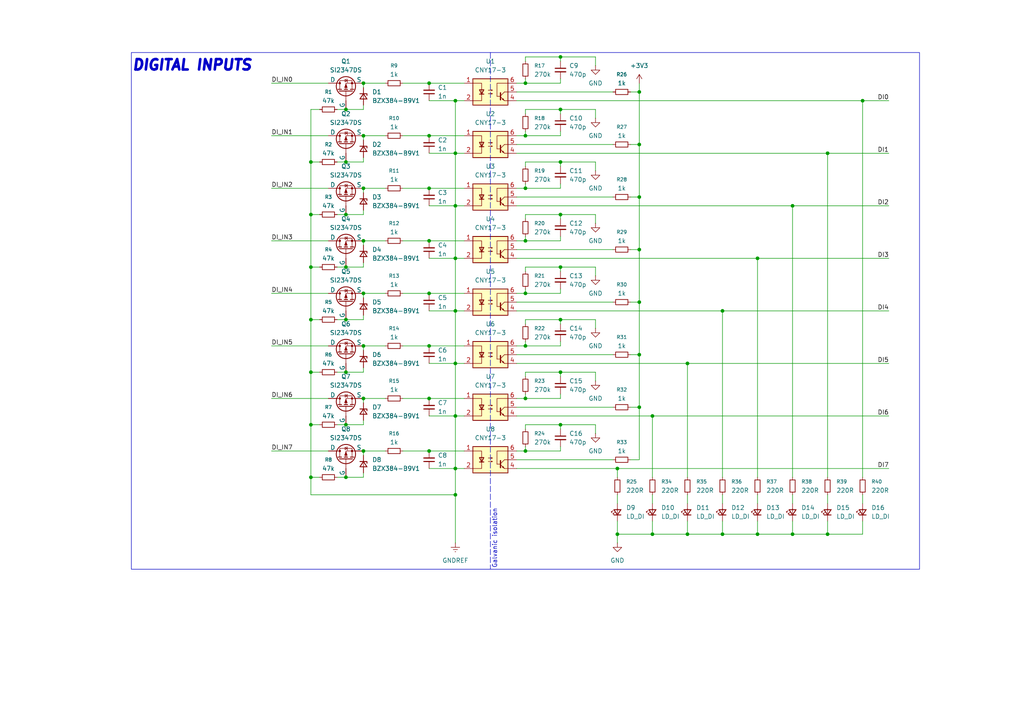
<source format=kicad_sch>
(kicad_sch (version 20250114) (generator "eeschema") (generator_version "9.0")
  (paper "A4")
  (title_block (title "PLC on STM - Digital IO Shield") (date "2025-12-27") (company "Author: Grzegorz Potocki"))
  (rectangle (start 38.1 15.24) (end 266.7 165.1))
  (text "Galvanic isolation" (at 143.51 156.21 90) (effects (font (size 1.27 1.27))))
  (text "DIGITAL INPUTS" (at 38.1 19.05 0) (effects (font (size 3 3) (thickness 2) (bold yes) (italic yes)) (justify left)))
  (junction (at 162.56 46.99))
  (junction (at 199.39 154.94))
  (junction (at 185.42 87.63))
  (junction (at 132.08 143.51))
  (junction (at 100.33 138.43))
  (junction (at 105.41 54.61))
  (junction (at 100.33 62.23))
  (junction (at 100.33 92.71))
  (junction (at 100.33 123.19))
  (junction (at 90.17 77.47))
  (junction (at 90.17 62.23))
  (junction (at 105.41 100.33))
  (junction (at 105.41 24.13))
  (junction (at 152.4 54.61))
  (junction (at 185.42 57.15))
  (junction (at 132.08 120.65))
  (junction (at 90.17 46.99))
  (junction (at 124.46 115.57))
  (junction (at 90.17 138.43))
  (junction (at 100.33 77.47))
  (junction (at 152.4 100.33))
  (junction (at 162.56 92.71))
  (junction (at 185.42 72.39))
  (junction (at 132.08 105.41))
  (junction (at 152.4 69.85))
  (junction (at 185.42 102.87))
  (junction (at 199.39 105.41))
  (junction (at 152.4 115.57))
  (junction (at 152.4 39.37))
  (junction (at 105.41 115.57))
  (junction (at 162.56 77.47))
  (junction (at 219.71 74.93))
  (junction (at 162.56 107.95))
  (junction (at 132.08 90.17))
  (junction (at 90.17 123.19))
  (junction (at 105.41 39.37))
  (junction (at 132.08 74.93))
  (junction (at 185.42 118.11))
  (junction (at 132.08 59.69))
  (junction (at 124.46 24.13))
  (junction (at 152.4 24.13))
  (junction (at 185.42 41.91))
  (junction (at 209.55 90.17))
  (junction (at 132.08 29.21))
  (junction (at 162.56 16.51))
  (junction (at 189.23 154.94))
  (junction (at 100.33 46.99))
  (junction (at 124.46 69.85))
  (junction (at 229.87 154.94))
  (junction (at 132.08 44.45))
  (junction (at 250.19 29.21))
  (junction (at 162.56 123.19))
  (junction (at 209.55 154.94))
  (junction (at 229.87 59.69))
  (junction (at 100.33 31.75))
  (junction (at 124.46 39.37))
  (junction (at 179.07 135.89))
  (junction (at 179.07 154.94))
  (junction (at 152.4 85.09))
  (junction (at 100.33 107.95))
  (junction (at 152.4 130.81))
  (junction (at 132.08 135.89))
  (junction (at 185.42 26.67))
  (junction (at 240.03 154.94))
  (junction (at 124.46 130.81))
  (junction (at 189.23 120.65))
  (junction (at 162.56 31.75))
  (junction (at 219.71 154.94))
  (junction (at 124.46 85.09))
  (junction (at 105.41 85.09))
  (junction (at 162.56 62.23))
  (junction (at 90.17 92.71))
  (junction (at 105.41 69.85))
  (junction (at 124.46 54.61))
  (junction (at 105.41 130.81))
  (junction (at 124.46 100.33))
  (junction (at 240.03 44.45))
  (junction (at 90.17 107.95))
  (wire (pts (xy 152.4 39.37) (xy 152.4 38.1)))
  (wire (pts (xy 172.72 31.75) (xy 172.72 34.29)))
  (wire (pts (xy 124.46 85.09) (xy 134.62 85.09)))
  (wire (pts (xy 199.39 105.41) (xy 199.39 138.43)))
  (wire (pts (xy 105.41 107.95) (xy 100.33 107.95)))
  (wire (pts (xy 149.86 115.57) (xy 152.4 115.57)))
  (polyline (pts (xy 142.24 15.24) (xy 142.24 165.1)) (stroke (width 0) (type dash)))
  (wire (pts (xy 97.79 31.75) (xy 100.33 31.75)))
  (wire (pts (xy 105.41 130.81) (xy 111.76 130.81)))
  (wire (pts (xy 152.4 39.37) (xy 162.56 39.37)))
  (wire (pts (xy 219.71 74.93) (xy 257.81 74.93)))
  (wire (pts (xy 189.23 151.13) (xy 189.23 154.94)))
  (wire (pts (xy 172.72 62.23) (xy 172.72 64.77)))
  (wire (pts (xy 149.86 100.33) (xy 152.4 100.33)))
  (wire (pts (xy 219.71 143.51) (xy 219.71 146.05)))
  (wire (pts (xy 149.86 69.85) (xy 152.4 69.85)))
  (wire (pts (xy 172.72 107.95) (xy 172.72 110.49)))
  (wire (pts (xy 149.86 29.21) (xy 250.19 29.21)))
  (wire (pts (xy 90.17 31.75) (xy 90.17 46.99)))
  (wire (pts (xy 185.42 102.87) (xy 185.42 118.11)))
  (wire (pts (xy 149.86 57.15) (xy 177.8 57.15)))
  (wire (pts (xy 105.41 115.57) (xy 111.76 115.57)))
  (wire (pts (xy 229.87 151.13) (xy 229.87 154.94)))
  (wire (pts (xy 124.46 29.21) (xy 132.08 29.21)))
  (wire (pts (xy 152.4 24.13) (xy 152.4 22.86)))
  (wire (pts (xy 219.71 74.93) (xy 219.71 138.43)))
  (wire (pts (xy 162.56 92.71) (xy 172.72 92.71)))
  (wire (pts (xy 105.41 76.2) (xy 105.41 77.47)))
  (wire (pts (xy 189.23 120.65) (xy 189.23 138.43)))
  (wire (pts (xy 240.03 44.45) (xy 257.81 44.45)))
  (wire (pts (xy 152.4 115.57) (xy 162.56 115.57)))
  (wire (pts (xy 90.17 123.19) (xy 90.17 138.43)))
  (wire (pts (xy 105.41 24.13) (xy 105.41 25.4)))
  (wire (pts (xy 105.41 92.71) (xy 100.33 92.71)))
  (wire (pts (xy 124.46 54.61) (xy 134.62 54.61)))
  (wire (pts (xy 162.56 129.54) (xy 162.56 130.81)))
  (wire (pts (xy 185.42 118.11) (xy 185.42 133.35)))
  (wire (pts (xy 162.56 123.19) (xy 172.72 123.19)))
  (wire (pts (xy 105.41 46.99) (xy 100.33 46.99)))
  (wire (pts (xy 124.46 59.69) (xy 132.08 59.69)))
  (wire (pts (xy 134.62 90.17) (xy 132.08 90.17)))
  (wire (pts (xy 97.79 62.23) (xy 100.33 62.23)))
  (wire (pts (xy 152.4 130.81) (xy 152.4 129.54)))
  (wire (pts (xy 152.4 54.61) (xy 152.4 53.34)))
  (wire (pts (xy 185.42 41.91) (xy 185.42 57.15)))
  (wire (pts (xy 149.86 74.93) (xy 219.71 74.93)))
  (wire (pts (xy 105.41 106.68) (xy 105.41 107.95)))
  (wire (pts (xy 185.42 24.13) (xy 185.42 26.67)))
  (wire (pts (xy 149.86 130.81) (xy 152.4 130.81)))
  (wire (pts (xy 189.23 154.94) (xy 199.39 154.94)))
  (wire (pts (xy 134.62 120.65) (xy 132.08 120.65)))
  (wire (pts (xy 209.55 90.17) (xy 209.55 138.43)))
  (wire (pts (xy 97.79 138.43) (xy 100.33 138.43)))
  (wire (pts (xy 134.62 59.69) (xy 132.08 59.69)))
  (wire (pts (xy 116.84 54.61) (xy 124.46 54.61)))
  (wire (pts (xy 105.41 39.37) (xy 105.41 40.64)))
  (wire (pts (xy 90.17 46.99) (xy 90.17 62.23)))
  (wire (pts (xy 182.88 26.67) (xy 185.42 26.67)))
  (wire (pts (xy 179.07 154.94) (xy 189.23 154.94)))
  (wire (pts (xy 162.56 107.95) (xy 162.56 109.22)))
  (wire (pts (xy 152.4 78.74) (xy 152.4 77.47)))
  (wire (pts (xy 172.72 77.47) (xy 172.72 80.01)))
  (wire (pts (xy 132.08 135.89) (xy 132.08 143.51)))
  (wire (pts (xy 172.72 46.99) (xy 172.72 49.53)))
  (wire (pts (xy 97.79 123.19) (xy 100.33 123.19)))
  (wire (pts (xy 250.19 29.21) (xy 257.81 29.21)))
  (wire (pts (xy 78.74 100.33) (xy 95.25 100.33)))
  (wire (pts (xy 149.86 85.09) (xy 152.4 85.09)))
  (wire (pts (xy 97.79 46.99) (xy 100.33 46.99)))
  (wire (pts (xy 105.41 115.57) (xy 105.41 116.84)))
  (wire (pts (xy 90.17 92.71) (xy 92.71 92.71)))
  (wire (pts (xy 124.46 69.85) (xy 134.62 69.85)))
  (wire (pts (xy 152.4 109.22) (xy 152.4 107.95)))
  (wire (pts (xy 105.41 130.81) (xy 105.41 132.08)))
  (wire (pts (xy 90.17 92.71) (xy 90.17 107.95)))
  (wire (pts (xy 162.56 31.75) (xy 172.72 31.75)))
  (wire (pts (xy 162.56 123.19) (xy 162.56 124.46)))
  (wire (pts (xy 162.56 114.3) (xy 162.56 115.57)))
  (wire (pts (xy 149.86 39.37) (xy 152.4 39.37)))
  (wire (pts (xy 105.41 31.75) (xy 100.33 31.75)))
  (wire (pts (xy 162.56 83.82) (xy 162.56 85.09)))
  (wire (pts (xy 105.41 45.72) (xy 105.41 46.99)))
  (wire (pts (xy 78.74 85.09) (xy 95.25 85.09)))
  (wire (pts (xy 149.86 41.91) (xy 177.8 41.91)))
  (wire (pts (xy 162.56 77.47) (xy 172.72 77.47)))
  (wire (pts (xy 124.46 90.17) (xy 132.08 90.17)))
  (wire (pts (xy 152.4 124.46) (xy 152.4 123.19)))
  (wire (pts (xy 149.86 133.35) (xy 177.8 133.35)))
  (wire (pts (xy 185.42 57.15) (xy 185.42 72.39)))
  (wire (pts (xy 149.86 72.39) (xy 177.8 72.39)))
  (wire (pts (xy 132.08 120.65) (xy 132.08 135.89)))
  (wire (pts (xy 116.84 39.37) (xy 124.46 39.37)))
  (wire (pts (xy 162.56 16.51) (xy 162.56 17.78)))
  (wire (pts (xy 189.23 143.51) (xy 189.23 146.05)))
  (wire (pts (xy 185.42 72.39) (xy 185.42 87.63)))
  (wire (pts (xy 78.74 24.13) (xy 95.25 24.13)))
  (wire (pts (xy 105.41 121.92) (xy 105.41 123.19)))
  (wire (pts (xy 90.17 62.23) (xy 92.71 62.23)))
  (wire (pts (xy 149.86 135.89) (xy 179.07 135.89)))
  (wire (pts (xy 78.74 54.61) (xy 95.25 54.61)))
  (wire (pts (xy 152.4 130.81) (xy 162.56 130.81)))
  (wire (pts (xy 105.41 39.37) (xy 111.76 39.37)))
  (wire (pts (xy 105.41 30.48) (xy 105.41 31.75)))
  (wire (pts (xy 90.17 107.95) (xy 92.71 107.95)))
  (wire (pts (xy 152.4 100.33) (xy 162.56 100.33)))
  (wire (pts (xy 132.08 59.69) (xy 132.08 74.93)))
  (wire (pts (xy 105.41 85.09) (xy 105.41 86.36)))
  (wire (pts (xy 124.46 39.37) (xy 134.62 39.37)))
  (wire (pts (xy 172.72 16.51) (xy 172.72 19.05)))
  (wire (pts (xy 219.71 154.94) (xy 229.87 154.94)))
  (wire (pts (xy 134.62 135.89) (xy 132.08 135.89)))
  (wire (pts (xy 162.56 99.06) (xy 162.56 100.33)))
  (wire (pts (xy 90.17 138.43) (xy 92.71 138.43)))
  (wire (pts (xy 209.55 143.51) (xy 209.55 146.05)))
  (wire (pts (xy 90.17 46.99) (xy 92.71 46.99)))
  (wire (pts (xy 97.79 92.71) (xy 100.33 92.71)))
  (wire (pts (xy 90.17 107.95) (xy 90.17 123.19)))
  (wire (pts (xy 152.4 62.23) (xy 162.56 62.23)))
  (wire (pts (xy 134.62 29.21) (xy 132.08 29.21)))
  (wire (pts (xy 124.46 24.13) (xy 134.62 24.13)))
  (wire (pts (xy 162.56 16.51) (xy 172.72 16.51)))
  (wire (pts (xy 132.08 44.45) (xy 132.08 59.69)))
  (wire (pts (xy 116.84 100.33) (xy 124.46 100.33)))
  (wire (pts (xy 149.86 102.87) (xy 177.8 102.87)))
  (wire (pts (xy 250.19 143.51) (xy 250.19 146.05)))
  (wire (pts (xy 116.84 115.57) (xy 124.46 115.57)))
  (wire (pts (xy 199.39 151.13) (xy 199.39 154.94)))
  (wire (pts (xy 105.41 60.96) (xy 105.41 62.23)))
  (wire (pts (xy 162.56 46.99) (xy 172.72 46.99)))
  (wire (pts (xy 185.42 26.67) (xy 185.42 41.91)))
  (wire (pts (xy 78.74 115.57) (xy 95.25 115.57)))
  (wire (pts (xy 116.84 85.09) (xy 124.46 85.09)))
  (wire (pts (xy 105.41 77.47) (xy 100.33 77.47)))
  (wire (pts (xy 90.17 77.47) (xy 92.71 77.47)))
  (wire (pts (xy 149.86 105.41) (xy 199.39 105.41)))
  (wire (pts (xy 105.41 54.61) (xy 105.41 55.88)))
  (wire (pts (xy 124.46 44.45) (xy 132.08 44.45)))
  (wire (pts (xy 90.17 138.43) (xy 90.17 143.51)))
  (wire (pts (xy 162.56 77.47) (xy 162.56 78.74)))
  (wire (pts (xy 134.62 44.45) (xy 132.08 44.45)))
  (wire (pts (xy 132.08 74.93) (xy 132.08 90.17)))
  (wire (pts (xy 182.88 118.11) (xy 185.42 118.11)))
  (wire (pts (xy 152.4 115.57) (xy 152.4 114.3)))
  (wire (pts (xy 219.71 151.13) (xy 219.71 154.94)))
  (wire (pts (xy 90.17 31.75) (xy 92.71 31.75)))
  (wire (pts (xy 124.46 130.81) (xy 134.62 130.81)))
  (wire (pts (xy 209.55 90.17) (xy 257.81 90.17)))
  (wire (pts (xy 179.07 135.89) (xy 179.07 138.43)))
  (wire (pts (xy 189.23 120.65) (xy 257.81 120.65)))
  (wire (pts (xy 149.86 59.69) (xy 229.87 59.69)))
  (wire (pts (xy 149.86 44.45) (xy 240.03 44.45)))
  (wire (pts (xy 152.4 16.51) (xy 162.56 16.51)))
  (wire (pts (xy 250.19 29.21) (xy 250.19 138.43)))
  (wire (pts (xy 229.87 143.51) (xy 229.87 146.05)))
  (wire (pts (xy 182.88 57.15) (xy 185.42 57.15)))
  (wire (pts (xy 105.41 24.13) (xy 111.76 24.13)))
  (wire (pts (xy 152.4 85.09) (xy 162.56 85.09)))
  (wire (pts (xy 90.17 123.19) (xy 92.71 123.19)))
  (wire (pts (xy 152.4 48.26) (xy 152.4 46.99)))
  (wire (pts (xy 199.39 154.94) (xy 209.55 154.94)))
  (wire (pts (xy 240.03 154.94) (xy 250.19 154.94)))
  (wire (pts (xy 229.87 59.69) (xy 229.87 138.43)))
  (wire (pts (xy 90.17 77.47) (xy 90.17 92.71)))
  (wire (pts (xy 105.41 137.16) (xy 105.41 138.43)))
  (wire (pts (xy 152.4 31.75) (xy 162.56 31.75)))
  (wire (pts (xy 152.4 85.09) (xy 152.4 83.82)))
  (wire (pts (xy 152.4 54.61) (xy 162.56 54.61)))
  (wire (pts (xy 149.86 24.13) (xy 152.4 24.13)))
  (wire (pts (xy 152.4 93.98) (xy 152.4 92.71)))
  (wire (pts (xy 97.79 107.95) (xy 100.33 107.95)))
  (wire (pts (xy 132.08 105.41) (xy 132.08 120.65)))
  (wire (pts (xy 185.42 133.35) (xy 182.88 133.35)))
  (wire (pts (xy 152.4 100.33) (xy 152.4 99.06)))
  (wire (pts (xy 134.62 105.41) (xy 132.08 105.41)))
  (wire (pts (xy 132.08 29.21) (xy 132.08 44.45)))
  (wire (pts (xy 90.17 62.23) (xy 90.17 77.47)))
  (wire (pts (xy 132.08 90.17) (xy 132.08 105.41)))
  (wire (pts (xy 149.86 90.17) (xy 209.55 90.17)))
  (wire (pts (xy 162.56 22.86) (xy 162.56 24.13)))
  (wire (pts (xy 105.41 69.85) (xy 105.41 71.12)))
  (wire (pts (xy 134.62 74.93) (xy 132.08 74.93)))
  (wire (pts (xy 152.4 33.02) (xy 152.4 31.75)))
  (wire (pts (xy 124.46 100.33) (xy 134.62 100.33)))
  (wire (pts (xy 162.56 92.71) (xy 162.56 93.98)))
  (wire (pts (xy 90.17 143.51) (xy 132.08 143.51)))
  (wire (pts (xy 149.86 26.67) (xy 177.8 26.67)))
  (wire (pts (xy 116.84 130.81) (xy 124.46 130.81)))
  (wire (pts (xy 152.4 63.5) (xy 152.4 62.23)))
  (wire (pts (xy 78.74 39.37) (xy 95.25 39.37)))
  (wire (pts (xy 209.55 154.94) (xy 219.71 154.94)))
  (wire (pts (xy 105.41 54.61) (xy 111.76 54.61)))
  (wire (pts (xy 179.07 157.48) (xy 179.07 154.94)))
  (wire (pts (xy 179.07 135.89) (xy 257.81 135.89)))
  (wire (pts (xy 182.88 87.63) (xy 185.42 87.63)))
  (wire (pts (xy 152.4 69.85) (xy 152.4 68.58)))
  (wire (pts (xy 162.56 62.23) (xy 172.72 62.23)))
  (wire (pts (xy 105.41 138.43) (xy 100.33 138.43)))
  (wire (pts (xy 78.74 69.85) (xy 95.25 69.85)))
  (wire (pts (xy 105.41 100.33) (xy 111.76 100.33)))
  (wire (pts (xy 152.4 17.78) (xy 152.4 16.51)))
  (wire (pts (xy 149.86 118.11) (xy 177.8 118.11)))
  (wire (pts (xy 116.84 24.13) (xy 124.46 24.13)))
  (wire (pts (xy 152.4 69.85) (xy 162.56 69.85)))
  (wire (pts (xy 185.42 87.63) (xy 185.42 102.87)))
  (wire (pts (xy 199.39 143.51) (xy 199.39 146.05)))
  (wire (pts (xy 240.03 143.51) (xy 240.03 146.05)))
  (wire (pts (xy 116.84 69.85) (xy 124.46 69.85)))
  (wire (pts (xy 229.87 154.94) (xy 240.03 154.94)))
  (wire (pts (xy 162.56 38.1) (xy 162.56 39.37)))
  (wire (pts (xy 162.56 68.58) (xy 162.56 69.85)))
  (wire (pts (xy 162.56 107.95) (xy 172.72 107.95)))
  (wire (pts (xy 97.79 77.47) (xy 100.33 77.47)))
  (wire (pts (xy 78.74 130.81) (xy 95.25 130.81)))
  (wire (pts (xy 105.41 123.19) (xy 100.33 123.19)))
  (wire (pts (xy 152.4 46.99) (xy 162.56 46.99)))
  (wire (pts (xy 179.07 151.13) (xy 179.07 154.94)))
  (wire (pts (xy 105.41 85.09) (xy 111.76 85.09)))
  (wire (pts (xy 199.39 105.41) (xy 257.81 105.41)))
  (wire (pts (xy 162.56 62.23) (xy 162.56 63.5)))
  (wire (pts (xy 105.41 100.33) (xy 105.41 101.6)))
  (wire (pts (xy 240.03 44.45) (xy 240.03 138.43)))
  (wire (pts (xy 124.46 120.65) (xy 132.08 120.65)))
  (wire (pts (xy 250.19 151.13) (xy 250.19 154.94)))
  (wire (pts (xy 185.42 102.87) (xy 182.88 102.87)))
  (wire (pts (xy 162.56 53.34) (xy 162.56 54.61)))
  (wire (pts (xy 124.46 135.89) (xy 132.08 135.89)))
  (wire (pts (xy 162.56 46.99) (xy 162.56 48.26)))
  (wire (pts (xy 105.41 69.85) (xy 111.76 69.85)))
  (wire (pts (xy 240.03 151.13) (xy 240.03 154.94)))
  (wire (pts (xy 172.72 92.71) (xy 172.72 95.25)))
  (wire (pts (xy 149.86 87.63) (xy 177.8 87.63)))
  (wire (pts (xy 124.46 74.93) (xy 132.08 74.93)))
  (wire (pts (xy 152.4 123.19) (xy 162.56 123.19)))
  (wire (pts (xy 172.72 123.19) (xy 172.72 125.73)))
  (wire (pts (xy 182.88 72.39) (xy 185.42 72.39)))
  (wire (pts (xy 149.86 120.65) (xy 189.23 120.65)))
  (wire (pts (xy 182.88 41.91) (xy 185.42 41.91)))
  (wire (pts (xy 229.87 59.69) (xy 257.81 59.69)))
  (wire (pts (xy 105.41 62.23) (xy 100.33 62.23)))
  (wire (pts (xy 124.46 105.41) (xy 132.08 105.41)))
  (wire (pts (xy 124.46 115.57) (xy 134.62 115.57)))
  (wire (pts (xy 105.41 91.44) (xy 105.41 92.71)))
  (wire (pts (xy 152.4 77.47) (xy 162.56 77.47)))
  (wire (pts (xy 152.4 92.71) (xy 162.56 92.71)))
  (wire (pts (xy 152.4 107.95) (xy 162.56 107.95)))
  (wire (pts (xy 149.86 54.61) (xy 152.4 54.61)))
  (wire (pts (xy 152.4 24.13) (xy 162.56 24.13)))
  (wire (pts (xy 132.08 143.51) (xy 132.08 157.48)))
  (wire (pts (xy 209.55 151.13) (xy 209.55 154.94)))
  (wire (pts (xy 179.07 143.51) (xy 179.07 146.05)))
  (wire (pts (xy 162.56 31.75) (xy 162.56 33.02)))
  (label "DI_IN0" (at 78.74 24.13 0))
  (label "DI_IN6" (at 78.74 115.57 0))
  (label "DI3" (at 257.81 74.93 180))
  (label "DI_IN5" (at 78.74 100.33 0))
  (label "DI_IN1" (at 78.74 39.37 0))
  (label "DI6" (at 257.81 120.65 180))
  (label "DI_IN4" (at 78.74 85.09 0))
  (label "DI2" (at 257.81 59.69 180))
  (label "DI4" (at 257.81 90.17 180))
  (label "DI7" (at 257.81 135.89 180))
  (label "DI1" (at 257.81 44.45 180))
  (label "DI5" (at 257.81 105.41 180))
  (label "DI0" (at 257.81 29.21 180))
  (label "DI_IN2" (at 78.74 54.61 0))
  (label "DI_IN3" (at 78.74 69.85 0))
  (label "DI_IN7" (at 78.74 130.81 0))
  (symbol (lib_id "Device:C_Small") (at 124.46 72.39 180) (unit 1)
    (property "Reference" "C4" (at 127 71.1135 0) (effects (justify right)))
    (property "Value" "1n" (at 127 73.6535 0) (effects (justify right)))
    (property "Footprint" "Capacitor_SMD:C_0603_1608Metric_Pad1.08x0.95mm_HandSolder" (effects (hide yes)))
    (property "Datasheet" "https://www.mouser.pl/datasheet/3/76/1/GRT1885C1E102JA02-01A.pdf" (effects (hide yes)))
    (property "Description" "Unpolarized capacitor, small symbol" (effects (hide yes)))
    (property "Mouser Part Number" "81-GRT1885C1E102JA2D" (effects (hide yes)))
    (property "Mouser Price/Stock" "https://www.mouser.pl/ProductDetail/Murata-Electronics/GRT1885C1E102JA02D?qs=qkDYIeTQ%252BEmh6u7C%2F8a9Fg%3D%3D" (effects (hide yes)))
  )
  (symbol (lib_id "Device:R_Small") (at 95.25 92.71 90) (unit 1)
    (property "Reference" "R5" (at 95.25 87.63 90) (effects (font (size 1.016 1.016))))
    (property "Value" "47k" (at 95.25 90.17 90))
    (property "Footprint" "Resistor_SMD:R_0603_1608Metric_Pad0.98x0.95mm_HandSolder" (effects (hide yes)))
    (property "Datasheet" "https://www.vishay.com/docs/20035/dcrcwe3.pdf" (effects (hide yes)))
    (property "Description" "Resistor, small symbol" (effects (hide yes)))
    (property "Mouser Part Number" "71-CRCW0603-47K-E3" (effects (hide yes)))
    (property "Mouser Price/Stock" "https://www.mouser.pl/ProductDetail/Vishay/CRCW060347K0FKEA?qs=yJVtgANCw03gcaACf6JZKA%3D%3D" (effects (hide yes)))
  )
  (symbol (lib_id "Isolator:CNY17-3") (at 142.24 118.11 0) (unit 1)
    (property "Reference" "U7" (at 142.24 109.22 0))
    (property "Value" "CNY17-3" (at 142.24 111.76 0))
    (property "Footprint" "PLC_STM:SOP254P1016X400-6N" (effects (hide yes)))
    (property "Datasheet" "http://www.vishay.com/docs/83606/cny17.pdf" (effects (hide yes)))
    (property "Description" "DC Optocoupler Base Connected, Vce 70V, CTR 100-200%, Viso 5000V (RMS), DIP6" (effects (hide yes)))
    (property "Mouser Part Number" "782-CNY17-3X009" (effects (hide yes)))
    (property "Mouser Price/Stock" "https://www.mouser.pl/ProductDetail/Vishay-Semiconductors/CNY17-3X009?qs=%2Fjqivxn91cdKw04v7SCHwQ%3D%3D" (effects (hide yes)))
  )
  (symbol (lib_id "Device:C_Small") (at 124.46 87.63 180) (unit 1)
    (property "Reference" "C5" (at 127 86.3535 0) (effects (justify right)))
    (property "Value" "1n" (at 127 88.8935 0) (effects (justify right)))
    (property "Footprint" "Capacitor_SMD:C_0603_1608Metric_Pad1.08x0.95mm_HandSolder" (effects (hide yes)))
    (property "Datasheet" "https://www.mouser.pl/datasheet/3/76/1/GRT1885C1E102JA02-01A.pdf" (effects (hide yes)))
    (property "Description" "Unpolarized capacitor, small symbol" (effects (hide yes)))
    (property "Mouser Part Number" "81-GRT1885C1E102JA2D" (effects (hide yes)))
    (property "Mouser Price/Stock" "https://www.mouser.pl/ProductDetail/Murata-Electronics/GRT1885C1E102JA02D?qs=qkDYIeTQ%252BEmh6u7C%2F8a9Fg%3D%3D" (effects (hide yes)))
  )
  (symbol (lib_id "Device:R_Small") (at 152.4 111.76 0) (unit 1)
    (property "Reference" "R23" (at 154.94 110.4899 0) (effects (font (size 1.016 1.016)) (justify left)))
    (property "Value" "270k" (at 154.94 113.0299 0) (effects (justify left)))
    (property "Footprint" "Resistor_SMD:R_0603_1608Metric_Pad0.98x0.95mm_HandSolder" (effects (hide yes)))
    (property "Datasheet" "https://www.vishay.com/docs/20035/dcrcwe3.pdf" (effects (hide yes)))
    (property "Description" "Resistor, small symbol" (effects (hide yes)))
    (property "Mouser Part Number" "71-CRCW0603-270K-E3" (effects (hide yes)))
    (property "Mouser Price/Stock" "https://www.mouser.pl/ProductDetail/Vishay/CRCW0603270KFKEA?qs=aPo8E9gEwLD%2F%252BhyY5kYYEQ%3D%3D" (effects (hide yes)))
  )
  (symbol (lib_id "Device:R_Small") (at 114.3 130.81 90) (unit 1)
    (property "Reference" "R16" (at 114.3 125.73 90) (effects (font (size 1.016 1.016))))
    (property "Value" "1k" (at 114.3 128.27 90))
    (property "Footprint" "Resistor_SMD:R_0603_1608Metric_Pad0.98x0.95mm_HandSolder" (effects (hide yes)))
    (property "Datasheet" "https://www.vishay.com/docs/20035/dcrcwe3.pdf" (effects (hide yes)))
    (property "Description" "Resistor, small symbol" (effects (hide yes)))
    (property "Mouser Part Number" "71-CRCW06031K00FKED" (effects (hide yes)))
    (property "Mouser Price/Stock" "https://www.mouser.pl/ProductDetail/Vishay/CRCW06031K00FKED?qs=sGAEpiMZZMtlubZbdhIBIKbhzOdzan%2FGTch9K0lp5pQ%3D" (effects (hide yes)))
  )
  (symbol (lib_id "Device:R_Small") (at 95.25 107.95 90) (unit 1)
    (property "Reference" "R6" (at 95.25 102.87 90) (effects (font (size 1.016 1.016))))
    (property "Value" "47k" (at 95.25 105.41 90))
    (property "Footprint" "Resistor_SMD:R_0603_1608Metric_Pad0.98x0.95mm_HandSolder" (effects (hide yes)))
    (property "Datasheet" "https://www.vishay.com/docs/20035/dcrcwe3.pdf" (effects (hide yes)))
    (property "Description" "Resistor, small symbol" (effects (hide yes)))
    (property "Mouser Part Number" "71-CRCW0603-47K-E3" (effects (hide yes)))
    (property "Mouser Price/Stock" "https://www.mouser.pl/ProductDetail/Vishay/CRCW060347K0FKEA?qs=yJVtgANCw03gcaACf6JZKA%3D%3D" (effects (hide yes)))
  )
  (symbol (lib_id "Isolator:CNY17-3") (at 142.24 72.39 0) (unit 1)
    (property "Reference" "U4" (at 142.24 63.5 0))
    (property "Value" "CNY17-3" (at 142.24 66.04 0))
    (property "Footprint" "PLC_STM:SOP254P1016X400-6N" (effects (hide yes)))
    (property "Datasheet" "http://www.vishay.com/docs/83606/cny17.pdf" (effects (hide yes)))
    (property "Description" "DC Optocoupler Base Connected, Vce 70V, CTR 100-200%, Viso 5000V (RMS), DIP6" (effects (hide yes)))
    (property "Mouser Part Number" "782-CNY17-3X009" (effects (hide yes)))
    (property "Mouser Price/Stock" "https://www.mouser.pl/ProductDetail/Vishay-Semiconductors/CNY17-3X009?qs=%2Fjqivxn91cdKw04v7SCHwQ%3D%3D" (effects (hide yes)))
  )
  (symbol (lib_id "Device:C_Small") (at 124.46 57.15 180) (unit 1)
    (property "Reference" "C3" (at 127 55.8735 0) (effects (justify right)))
    (property "Value" "1n" (at 127 58.4135 0) (effects (justify right)))
    (property "Footprint" "Capacitor_SMD:C_0603_1608Metric_Pad1.08x0.95mm_HandSolder" (effects (hide yes)))
    (property "Datasheet" "https://www.mouser.pl/datasheet/3/76/1/GRT1885C1E102JA02-01A.pdf" (effects (hide yes)))
    (property "Description" "Unpolarized capacitor, small symbol" (effects (hide yes)))
    (property "Mouser Part Number" "81-GRT1885C1E102JA2D" (effects (hide yes)))
    (property "Mouser Price/Stock" "https://www.mouser.pl/ProductDetail/Murata-Electronics/GRT1885C1E102JA02D?qs=qkDYIeTQ%252BEmh6u7C%2F8a9Fg%3D%3D" (effects (hide yes)))
  )
  (symbol (lib_id "power:GND") (at 172.72 64.77 0) (unit 1)
    (property "Reference" "#PWR05" (effects (hide yes)))
    (property "Value" "GND" (at 172.72 69.85 0))
    (property "Description" "Power symbol creates a global label with name \"GND\" , ground" (effects (hide yes)))
  )
  (symbol (lib_id "Device:R_Small") (at 114.3 115.57 90) (unit 1)
    (property "Reference" "R15" (at 114.3 110.49 90) (effects (font (size 1.016 1.016))))
    (property "Value" "1k" (at 114.3 113.03 90))
    (property "Footprint" "Resistor_SMD:R_0603_1608Metric_Pad0.98x0.95mm_HandSolder" (effects (hide yes)))
    (property "Datasheet" "https://www.vishay.com/docs/20035/dcrcwe3.pdf" (effects (hide yes)))
    (property "Description" "Resistor, small symbol" (effects (hide yes)))
    (property "Mouser Part Number" "71-CRCW06031K00FKED" (effects (hide yes)))
    (property "Mouser Price/Stock" "https://www.mouser.pl/ProductDetail/Vishay/CRCW06031K00FKED?qs=sGAEpiMZZMtlubZbdhIBIKbhzOdzan%2FGTch9K0lp5pQ%3D" (effects (hide yes)))
  )
  (symbol (lib_id "Isolator:CNY17-3") (at 142.24 133.35 0) (unit 1)
    (property "Reference" "U8" (at 142.24 124.46 0))
    (property "Value" "CNY17-3" (at 142.24 127 0))
    (property "Footprint" "PLC_STM:SOP254P1016X400-6N" (effects (hide yes)))
    (property "Datasheet" "http://www.vishay.com/docs/83606/cny17.pdf" (effects (hide yes)))
    (property "Description" "DC Optocoupler Base Connected, Vce 70V, CTR 100-200%, Viso 5000V (RMS), DIP6" (effects (hide yes)))
    (property "Mouser Part Number" "782-CNY17-3X009" (effects (hide yes)))
    (property "Mouser Price/Stock" "https://www.mouser.pl/ProductDetail/Vishay-Semiconductors/CNY17-3X009?qs=%2Fjqivxn91cdKw04v7SCHwQ%3D%3D" (effects (hide yes)))
  )
  (symbol (lib_id "Device:LED_Small") (at 209.55 148.59 90) (unit 1)
    (property "Reference" "D12" (at 212.09 147.2564 90) (effects (justify right)))
    (property "Value" "LD_DI" (at 212.09 149.7964 90) (effects (justify right)))
    (property "Footprint" "LED_SMD:LED_0603_1608Metric_Pad1.05x0.95mm_HandSolder" (effects (hide yes)))
    (property "Description" "Light emitting diode, small symbol" (effects (hide yes)))
    (property "Sim.Pin" "1=K 2=A" (effects (hide yes)))
  )
  (symbol (lib_id "Device:LED_Small") (at 240.03 148.59 90) (unit 1)
    (property "Reference" "D15" (at 242.57 147.2564 90) (effects (justify right)))
    (property "Value" "LD_DI" (at 242.57 149.7964 90) (effects (justify right)))
    (property "Footprint" "LED_SMD:LED_0603_1608Metric_Pad1.05x0.95mm_HandSolder" (effects (hide yes)))
    (property "Description" "Light emitting diode, small symbol" (effects (hide yes)))
    (property "Sim.Pin" "1=K 2=A" (effects (hide yes)))
  )
  (symbol (lib_id "Device:R_Small") (at 95.25 123.19 90) (unit 1)
    (property "Reference" "R7" (at 95.25 118.11 90) (effects (font (size 1.016 1.016))))
    (property "Value" "47k" (at 95.25 120.65 90))
    (property "Footprint" "Resistor_SMD:R_0603_1608Metric_Pad0.98x0.95mm_HandSolder" (effects (hide yes)))
    (property "Datasheet" "https://www.vishay.com/docs/20035/dcrcwe3.pdf" (effects (hide yes)))
    (property "Description" "Resistor, small symbol" (effects (hide yes)))
    (property "Mouser Part Number" "71-CRCW0603-47K-E3" (effects (hide yes)))
    (property "Mouser Price/Stock" "https://www.mouser.pl/ProductDetail/Vishay/CRCW060347K0FKEA?qs=yJVtgANCw03gcaACf6JZKA%3D%3D" (effects (hide yes)))
  )
  (symbol (lib_id "power:GND") (at 179.07 157.48 0) (unit 1)
    (property "Reference" "#PWR010" (effects (hide yes)))
    (property "Value" "GND" (at 179.07 162.56 0))
    (property "Description" "Power symbol creates a global label with name \"GND\" , ground" (effects (hide yes)))
  )
  (symbol (lib_id "Device:R_Small") (at 95.25 31.75 90) (unit 1)
    (property "Reference" "R1" (at 95.25 26.67 90) (effects (font (size 1.016 1.016))))
    (property "Value" "47k" (at 95.25 29.21 90))
    (property "Footprint" "Resistor_SMD:R_0603_1608Metric_Pad0.98x0.95mm_HandSolder" (effects (hide yes)))
    (property "Datasheet" "https://www.vishay.com/docs/20035/dcrcwe3.pdf" (effects (hide yes)))
    (property "Description" "Resistor, small symbol" (effects (hide yes)))
    (property "Mouser Part Number" "71-CRCW0603-47K-E3" (effects (hide yes)))
    (property "Mouser Price/Stock" "https://www.mouser.pl/ProductDetail/Vishay/CRCW060347K0FKEA?qs=yJVtgANCw03gcaACf6JZKA%3D%3D" (effects (hide yes)))
  )
  (symbol (lib_id "Device:LED_Small") (at 250.19 148.59 90) (unit 1)
    (property "Reference" "D16" (at 252.73 147.2564 90) (effects (justify right)))
    (property "Value" "LD_DI" (at 252.73 149.7964 90) (effects (justify right)))
    (property "Footprint" "LED_SMD:LED_0603_1608Metric_Pad1.05x0.95mm_HandSolder" (effects (hide yes)))
    (property "Description" "Light emitting diode, small symbol" (effects (hide yes)))
    (property "Sim.Pin" "1=K 2=A" (effects (hide yes)))
  )
  (symbol (lib_id "Simulation_SPICE:PMOS") (at 100.33 26.67 90) (unit 1)
    (property "Reference" "Q1" (at 100.33 17.78 90))
    (property "Value" "SI2347DS" (at 100.33 20.32 90))
    (property "Footprint" "Package_TO_SOT_SMD:SOT-23-3" (effects (hide yes)))
    (property "Datasheet" "https://www.vishay.com/docs/62827/si2347ds.pdf" (effects (hide yes)))
    (property "Description" "P-MOSFET transistor, drain/source/gate" (effects (hide yes)))
    (property "Sim.Device" "PMOS" (effects (hide yes)))
    (property "Sim.Type" "VDMOS" (effects (hide yes)))
    (property "Sim.Pins" "1=D 2=G 3=S" (effects (hide yes)))
    (property "Mouser Part Number" "78-SI2347DS-T1-GE3" (effects (hide yes)))
    (property "Mouser Price/Stock" "https://www.mouser.pl/ProductDetail/Vishay-Semiconductors/SI2347DS-T1-GE3?qs=wnm%2FPMJNddFQv4lfacOrcA%3D%3D&srsltid=AfmBOopDsyWPnLpfU6YZIp8ipSPmLuQjMHACLLtnUO4hEaqjtMrrZX5w" (effects (hide yes)))
  )
  (symbol (lib_id "Device:C_Small") (at 162.56 96.52 0) (unit 1)
    (property "Reference" "C14" (at 165.1 95.2562 0) (effects (justify left)))
    (property "Value" "470p" (at 165.1 97.7962 0) (effects (justify left)))
    (property "Footprint" "Capacitor_SMD:C_0603_1608Metric_Pad1.08x0.95mm_HandSolder" (effects (hide yes)))
    (property "Datasheet" "https://www.mouser.pl/datasheet/3/76/2/GRT188R71H471KE13_01A.pdf" (effects (hide yes)))
    (property "Description" "Unpolarized capacitor, small symbol" (effects (hide yes)))
    (property "Mouser Part Number" "81-GRT188R71H471KE3D" (effects (hide yes)))
    (property "Mouser Price/Stock" "https://www.mouser.pl/ProductDetail/Murata-Electronics/GRT188R71H471KE13D?qs=qkDYIeTQ%252BEl9KDeKs4CAkA%3D%3D" (effects (hide yes)))
  )
  (symbol (lib_id "Device:R_Small") (at 95.25 62.23 90) (unit 1)
    (property "Reference" "R3" (at 95.25 57.15 90) (effects (font (size 1.016 1.016))))
    (property "Value" "47k" (at 95.25 59.69 90))
    (property "Footprint" "Resistor_SMD:R_0603_1608Metric_Pad0.98x0.95mm_HandSolder" (effects (hide yes)))
    (property "Datasheet" "https://www.vishay.com/docs/20035/dcrcwe3.pdf" (effects (hide yes)))
    (property "Description" "Resistor, small symbol" (effects (hide yes)))
    (property "Mouser Part Number" "71-CRCW0603-47K-E3" (effects (hide yes)))
    (property "Mouser Price/Stock" "https://www.mouser.pl/ProductDetail/Vishay/CRCW060347K0FKEA?qs=yJVtgANCw03gcaACf6JZKA%3D%3D" (effects (hide yes)))
  )
  (symbol (lib_id "Device:R_Small") (at 209.55 140.97 0) (unit 1)
    (property "Reference" "R36" (at 212.09 139.6999 0) (effects (font (size 1.016 1.016)) (justify left)))
    (property "Value" "220R" (at 212.09 142.2399 0) (effects (justify left)))
    (property "Footprint" "Resistor_SMD:R_0603_1608Metric_Pad0.98x0.95mm_HandSolder" (effects (hide yes)))
    (property "Datasheet" "https://www.vishay.com/docs/20043/crcwhpe3.pdf" (effects (hide yes)))
    (property "Description" "Resistor, small symbol" (effects (hide yes)))
    (property "Mouser Part Number" "71-CRCW0603220RFKEAH" (effects (hide yes)))
    (property "Mouser Price/Stock" "https://www.mouser.pl/ProductDetail/Vishay/CRCW0603220RFKEAHP?qs=40TFAHZMFvcgiXjh6lgHwQ%3D%3D" (effects (hide yes)))
  )
  (symbol (lib_id "Device:C_Small") (at 162.56 35.56 0) (unit 1)
    (property "Reference" "C10" (at 165.1 34.2962 0) (effects (justify left)))
    (property "Value" "470p" (at 165.1 36.8362 0) (effects (justify left)))
    (property "Footprint" "Capacitor_SMD:C_0603_1608Metric_Pad1.08x0.95mm_HandSolder" (effects (hide yes)))
    (property "Datasheet" "https://www.mouser.pl/datasheet/3/76/2/GRT188R71H471KE13_01A.pdf" (effects (hide yes)))
    (property "Description" "Unpolarized capacitor, small symbol" (effects (hide yes)))
    (property "Mouser Part Number" "81-GRT188R71H471KE3D" (effects (hide yes)))
    (property "Mouser Price/Stock" "https://www.mouser.pl/ProductDetail/Murata-Electronics/GRT188R71H471KE13D?qs=qkDYIeTQ%252BEl9KDeKs4CAkA%3D%3D" (effects (hide yes)))
  )
  (symbol (lib_id "Simulation_SPICE:PMOS") (at 100.33 133.35 90) (unit 1)
    (property "Reference" "Q8" (at 100.33 124.46 90))
    (property "Value" "SI2347DS" (at 100.33 127 90))
    (property "Footprint" "Package_TO_SOT_SMD:SOT-23-3" (effects (hide yes)))
    (property "Datasheet" "https://www.vishay.com/docs/62827/si2347ds.pdf" (effects (hide yes)))
    (property "Description" "P-MOSFET transistor, drain/source/gate" (effects (hide yes)))
    (property "Sim.Device" "PMOS" (effects (hide yes)))
    (property "Sim.Type" "VDMOS" (effects (hide yes)))
    (property "Sim.Pins" "1=D 2=G 3=S" (effects (hide yes)))
    (property "Mouser Part Number" "78-SI2347DS-T1-GE3" (effects (hide yes)))
    (property "Mouser Price/Stock" "https://www.mouser.pl/ProductDetail/Vishay-Semiconductors/SI2347DS-T1-GE3?qs=wnm%2FPMJNddFQv4lfacOrcA%3D%3D&srsltid=AfmBOopDsyWPnLpfU6YZIp8ipSPmLuQjMHACLLtnUO4hEaqjtMrrZX5w" (effects (hide yes)))
  )
  (symbol (lib_id "power:GND") (at 172.72 49.53 0) (unit 1)
    (property "Reference" "#PWR04" (effects (hide yes)))
    (property "Value" "GND" (at 172.72 54.61 0))
    (property "Description" "Power symbol creates a global label with name \"GND\" , ground" (effects (hide yes)))
  )
  (symbol (lib_id "power:GNDREF") (at 132.08 157.48 0) (unit 1)
    (property "Reference" "#PWR01" (effects (hide yes)))
    (property "Value" "GNDREF" (at 132.08 162.56 0))
    (property "Description" "Power symbol creates a global label with name \"GNDREF\" , reference supply ground" (effects (hide yes)))
  )
  (symbol (lib_id "Device:C_Small") (at 162.56 20.32 0) (unit 1)
    (property "Reference" "C9" (at 165.1 19.0562 0) (effects (justify left)))
    (property "Value" "470p" (at 165.1 21.5962 0) (effects (justify left)))
    (property "Footprint" "Capacitor_SMD:C_0603_1608Metric_Pad1.08x0.95mm_HandSolder" (effects (hide yes)))
    (property "Datasheet" "https://www.mouser.pl/datasheet/3/76/2/GRT188R71H471KE13_01A.pdf" (effects (hide yes)))
    (property "Description" "Unpolarized capacitor, small symbol" (effects (hide yes)))
    (property "Mouser Part Number" "81-GRT188R71H471KE3D" (effects (hide yes)))
    (property "Mouser Price/Stock" "https://www.mouser.pl/ProductDetail/Murata-Electronics/GRT188R71H471KE13D?qs=qkDYIeTQ%252BEl9KDeKs4CAkA%3D%3D" (effects (hide yes)))
  )
  (symbol (lib_id "Device:D_Zener_Small") (at 105.41 73.66 270) (unit 1)
    (property "Reference" "D4" (at 107.95 72.3899 90) (effects (justify left)))
    (property "Value" "BZX384-B9V1" (at 107.95 74.9299 90) (effects (justify left)))
    (property "Footprint" "Diode_SMD:D_SOD-323_HandSoldering" (effects (hide yes)))
    (property "Datasheet" "https://assets.nexperia.com/documents/data-sheet/BZX384_SER.pdf" (effects (hide yes)))
    (property "Description" "Zener diode, small symbol" (effects (hide yes)))
    (property "Mouser Part Number" "771-BZX384-B9V1-T/R" (effects (hide yes)))
    (property "Mouser Price/Stock" "https://www.mouser.pl/ProductDetail/Nexperia/BZX384-B9V1115?qs=me8TqzrmIYU8vMGEvW1FpQ%3D%3D&srsltid=AfmBOorOcQ51VUInW3IsB9ZnU7QVIlTqiTAtKin9CxP25VTnCjTpXZZi" (effects (hide yes)))
  )
  (symbol (lib_id "Device:R_Small") (at 95.25 77.47 90) (unit 1)
    (property "Reference" "R4" (at 95.25 72.39 90) (effects (font (size 1.016 1.016))))
    (property "Value" "47k" (at 95.25 74.93 90))
    (property "Footprint" "Resistor_SMD:R_0603_1608Metric_Pad0.98x0.95mm_HandSolder" (effects (hide yes)))
    (property "Datasheet" "https://www.vishay.com/docs/20035/dcrcwe3.pdf" (effects (hide yes)))
    (property "Description" "Resistor, small symbol" (effects (hide yes)))
    (property "Mouser Part Number" "71-CRCW0603-47K-E3" (effects (hide yes)))
    (property "Mouser Price/Stock" "https://www.mouser.pl/ProductDetail/Vishay/CRCW060347K0FKEA?qs=yJVtgANCw03gcaACf6JZKA%3D%3D" (effects (hide yes)))
  )
  (symbol (lib_id "Simulation_SPICE:PMOS") (at 100.33 41.91 90) (unit 1)
    (property "Reference" "Q2" (at 100.33 33.02 90))
    (property "Value" "SI2347DS" (at 100.33 35.56 90))
    (property "Footprint" "Package_TO_SOT_SMD:SOT-23-3" (effects (hide yes)))
    (property "Datasheet" "https://www.vishay.com/docs/62827/si2347ds.pdf" (effects (hide yes)))
    (property "Description" "P-MOSFET transistor, drain/source/gate" (effects (hide yes)))
    (property "Sim.Device" "PMOS" (effects (hide yes)))
    (property "Sim.Type" "VDMOS" (effects (hide yes)))
    (property "Sim.Pins" "1=D 2=G 3=S" (effects (hide yes)))
    (property "Mouser Part Number" "78-SI2347DS-T1-GE3" (effects (hide yes)))
    (property "Mouser Price/Stock" "https://www.mouser.pl/ProductDetail/Vishay-Semiconductors/SI2347DS-T1-GE3?qs=wnm%2FPMJNddFQv4lfacOrcA%3D%3D&srsltid=AfmBOopDsyWPnLpfU6YZIp8ipSPmLuQjMHACLLtnUO4hEaqjtMrrZX5w" (effects (hide yes)))
  )
  (symbol (lib_id "Device:D_Zener_Small") (at 105.41 27.94 270) (unit 1)
    (property "Reference" "D1" (at 107.95 26.6699 90) (effects (justify left)))
    (property "Value" "BZX384-B9V1" (at 107.95 29.2099 90) (effects (justify left)))
    (property "Footprint" "Diode_SMD:D_SOD-323_HandSoldering" (effects (hide yes)))
    (property "Datasheet" "https://assets.nexperia.com/documents/data-sheet/BZX384_SER.pdf" (effects (hide yes)))
    (property "Description" "Zener diode, small symbol" (effects (hide yes)))
    (property "Mouser Part Number" "771-BZX384-B9V1-T/R" (effects (hide yes)))
    (property "Mouser Price/Stock" "https://www.mouser.pl/ProductDetail/Nexperia/BZX384-B9V1115?qs=me8TqzrmIYU8vMGEvW1FpQ%3D%3D&srsltid=AfmBOorOcQ51VUInW3IsB9ZnU7QVIlTqiTAtKin9CxP25VTnCjTpXZZi" (effects (hide yes)))
  )
  (symbol (lib_id "Device:R_Small") (at 152.4 66.04 0) (unit 1)
    (property "Reference" "R20" (at 154.94 64.7699 0) (effects (font (size 1.016 1.016)) (justify left)))
    (property "Value" "270k" (at 154.94 67.3099 0) (effects (justify left)))
    (property "Footprint" "Resistor_SMD:R_0603_1608Metric_Pad0.98x0.95mm_HandSolder" (effects (hide yes)))
    (property "Datasheet" "https://www.vishay.com/docs/20035/dcrcwe3.pdf" (effects (hide yes)))
    (property "Description" "Resistor, small symbol" (effects (hide yes)))
    (property "Mouser Part Number" "71-CRCW0603-270K-E3" (effects (hide yes)))
    (property "Mouser Price/Stock" "https://www.mouser.pl/ProductDetail/Vishay/CRCW0603270KFKEA?qs=aPo8E9gEwLD%2F%252BhyY5kYYEQ%3D%3D" (effects (hide yes)))
  )
  (symbol (lib_id "Device:R_Small") (at 180.34 26.67 90) (unit 1)
    (property "Reference" "R26" (at 180.34 21.59 90) (effects (font (size 1.016 1.016))))
    (property "Value" "1k" (at 180.34 24.13 90))
    (property "Footprint" "Resistor_SMD:R_0603_1608Metric_Pad0.98x0.95mm_HandSolder" (effects (hide yes)))
    (property "Datasheet" "https://www.vishay.com/docs/20035/dcrcwe3.pdf" (effects (hide yes)))
    (property "Description" "Resistor, small symbol" (effects (hide yes)))
    (property "Mouser Part Number" "71-CRCW06031K00FKED" (effects (hide yes)))
    (property "Mouser Price/Stock" "https://www.mouser.pl/ProductDetail/Vishay/CRCW06031K00FKED?qs=sGAEpiMZZMtlubZbdhIBIKbhzOdzan%2FGTch9K0lp5pQ%3D" (effects (hide yes)))
  )
  (symbol (lib_id "Device:LED_Small") (at 219.71 148.59 90) (unit 1)
    (property "Reference" "D13" (at 222.25 147.2564 90) (effects (justify right)))
    (property "Value" "LD_DI" (at 222.25 149.7964 90) (effects (justify right)))
    (property "Footprint" "LED_SMD:LED_0603_1608Metric_Pad1.05x0.95mm_HandSolder" (effects (hide yes)))
    (property "Description" "Light emitting diode, small symbol" (effects (hide yes)))
    (property "Sim.Pin" "1=K 2=A" (effects (hide yes)))
  )
  (symbol (lib_id "Device:R_Small") (at 114.3 54.61 90) (unit 1)
    (property "Reference" "R11" (at 114.3 49.53 90) (effects (font (size 1.016 1.016))))
    (property "Value" "1k" (at 114.3 52.07 90))
    (property "Footprint" "Resistor_SMD:R_0603_1608Metric_Pad0.98x0.95mm_HandSolder" (effects (hide yes)))
    (property "Datasheet" "https://www.vishay.com/docs/20035/dcrcwe3.pdf" (effects (hide yes)))
    (property "Description" "Resistor, small symbol" (effects (hide yes)))
    (property "Mouser Part Number" "71-CRCW06031K00FKED" (effects (hide yes)))
    (property "Mouser Price/Stock" "https://www.mouser.pl/ProductDetail/Vishay/CRCW06031K00FKED?qs=sGAEpiMZZMtlubZbdhIBIKbhzOdzan%2FGTch9K0lp5pQ%3D" (effects (hide yes)))
  )
  (symbol (lib_id "Device:R_Small") (at 180.34 118.11 90) (unit 1)
    (property "Reference" "R32" (at 180.34 113.03 90) (effects (font (size 1.016 1.016))))
    (property "Value" "1k" (at 180.34 115.57 90))
    (property "Footprint" "Resistor_SMD:R_0603_1608Metric_Pad0.98x0.95mm_HandSolder" (effects (hide yes)))
    (property "Datasheet" "https://www.vishay.com/docs/20035/dcrcwe3.pdf" (effects (hide yes)))
    (property "Description" "Resistor, small symbol" (effects (hide yes)))
    (property "Mouser Part Number" "71-CRCW06031K00FKED" (effects (hide yes)))
    (property "Mouser Price/Stock" "https://www.mouser.pl/ProductDetail/Vishay/CRCW06031K00FKED?qs=sGAEpiMZZMtlubZbdhIBIKbhzOdzan%2FGTch9K0lp5pQ%3D" (effects (hide yes)))
  )
  (symbol (lib_id "Isolator:CNY17-3") (at 142.24 87.63 0) (unit 1)
    (property "Reference" "U5" (at 142.24 78.74 0))
    (property "Value" "CNY17-3" (at 142.24 81.28 0))
    (property "Footprint" "PLC_STM:SOP254P1016X400-6N" (effects (hide yes)))
    (property "Datasheet" "http://www.vishay.com/docs/83606/cny17.pdf" (effects (hide yes)))
    (property "Description" "DC Optocoupler Base Connected, Vce 70V, CTR 100-200%, Viso 5000V (RMS), DIP6" (effects (hide yes)))
    (property "Mouser Part Number" "782-CNY17-3X009" (effects (hide yes)))
    (property "Mouser Price/Stock" "https://www.mouser.pl/ProductDetail/Vishay-Semiconductors/CNY17-3X009?qs=%2Fjqivxn91cdKw04v7SCHwQ%3D%3D" (effects (hide yes)))
  )
  (symbol (lib_id "Device:R_Small") (at 180.34 102.87 90) (unit 1)
    (property "Reference" "R31" (at 180.34 97.79 90) (effects (font (size 1.016 1.016))))
    (property "Value" "1k" (at 180.34 100.33 90))
    (property "Footprint" "Resistor_SMD:R_0603_1608Metric_Pad0.98x0.95mm_HandSolder" (effects (hide yes)))
    (property "Datasheet" "https://www.vishay.com/docs/20035/dcrcwe3.pdf" (effects (hide yes)))
    (property "Description" "Resistor, small symbol" (effects (hide yes)))
    (property "Mouser Part Number" "71-CRCW06031K00FKED" (effects (hide yes)))
    (property "Mouser Price/Stock" "https://www.mouser.pl/ProductDetail/Vishay/CRCW06031K00FKED?qs=sGAEpiMZZMtlubZbdhIBIKbhzOdzan%2FGTch9K0lp5pQ%3D" (effects (hide yes)))
  )
  (symbol (lib_id "power:GND") (at 172.72 95.25 0) (unit 1)
    (property "Reference" "#PWR07" (effects (hide yes)))
    (property "Value" "GND" (at 172.72 100.33 0))
    (property "Description" "Power symbol creates a global label with name \"GND\" , ground" (effects (hide yes)))
  )
  (symbol (lib_id "Device:C_Small") (at 124.46 41.91 180) (unit 1)
    (property "Reference" "C2" (at 127 40.6335 0) (effects (justify right)))
    (property "Value" "1n" (at 127 43.1735 0) (effects (justify right)))
    (property "Footprint" "Capacitor_SMD:C_0603_1608Metric_Pad1.08x0.95mm_HandSolder" (effects (hide yes)))
    (property "Datasheet" "https://www.mouser.pl/datasheet/3/76/1/GRT1885C1E102JA02-01A.pdf" (effects (hide yes)))
    (property "Description" "Unpolarized capacitor, small symbol" (effects (hide yes)))
    (property "Mouser Part Number" "81-GRT1885C1E102JA2D" (effects (hide yes)))
    (property "Mouser Price/Stock" "https://www.mouser.pl/ProductDetail/Murata-Electronics/GRT1885C1E102JA02D?qs=qkDYIeTQ%252BEmh6u7C%2F8a9Fg%3D%3D" (effects (hide yes)))
  )
  (symbol (lib_id "Device:D_Zener_Small") (at 105.41 134.62 270) (unit 1)
    (property "Reference" "D8" (at 107.95 133.3499 90) (effects (justify left)))
    (property "Value" "BZX384-B9V1" (at 107.95 135.8899 90) (effects (justify left)))
    (property "Footprint" "Diode_SMD:D_SOD-323_HandSoldering" (effects (hide yes)))
    (property "Datasheet" "https://assets.nexperia.com/documents/data-sheet/BZX384_SER.pdf" (effects (hide yes)))
    (property "Description" "Zener diode, small symbol" (effects (hide yes)))
    (property "Mouser Part Number" "771-BZX384-B9V1-T/R" (effects (hide yes)))
    (property "Mouser Price/Stock" "https://www.mouser.pl/ProductDetail/Nexperia/BZX384-B9V1115?qs=me8TqzrmIYU8vMGEvW1FpQ%3D%3D&srsltid=AfmBOorOcQ51VUInW3IsB9ZnU7QVIlTqiTAtKin9CxP25VTnCjTpXZZi" (effects (hide yes)))
  )
  (symbol (lib_id "power:GND") (at 172.72 80.01 0) (unit 1)
    (property "Reference" "#PWR06" (effects (hide yes)))
    (property "Value" "GND" (at 172.72 85.09 0))
    (property "Description" "Power symbol creates a global label with name \"GND\" , ground" (effects (hide yes)))
  )
  (symbol (lib_id "Device:R_Small") (at 114.3 69.85 90) (unit 1)
    (property "Reference" "R12" (at 114.3 64.77 90) (effects (font (size 1.016 1.016))))
    (property "Value" "1k" (at 114.3 67.31 90))
    (property "Footprint" "Resistor_SMD:R_0603_1608Metric_Pad0.98x0.95mm_HandSolder" (effects (hide yes)))
    (property "Datasheet" "https://www.vishay.com/docs/20035/dcrcwe3.pdf" (effects (hide yes)))
    (property "Description" "Resistor, small symbol" (effects (hide yes)))
    (property "Mouser Part Number" "71-CRCW06031K00FKED" (effects (hide yes)))
    (property "Mouser Price/Stock" "https://www.mouser.pl/ProductDetail/Vishay/CRCW06031K00FKED?qs=sGAEpiMZZMtlubZbdhIBIKbhzOdzan%2FGTch9K0lp5pQ%3D" (effects (hide yes)))
  )
  (symbol (lib_id "Device:R_Small") (at 180.34 87.63 90) (unit 1)
    (property "Reference" "R30" (at 180.34 82.55 90) (effects (font (size 1.016 1.016))))
    (property "Value" "1k" (at 180.34 85.09 90))
    (property "Footprint" "Resistor_SMD:R_0603_1608Metric_Pad0.98x0.95mm_HandSolder" (effects (hide yes)))
    (property "Datasheet" "https://www.vishay.com/docs/20035/dcrcwe3.pdf" (effects (hide yes)))
    (property "Description" "Resistor, small symbol" (effects (hide yes)))
    (property "Mouser Part Number" "71-CRCW06031K00FKED" (effects (hide yes)))
    (property "Mouser Price/Stock" "https://www.mouser.pl/ProductDetail/Vishay/CRCW06031K00FKED?qs=sGAEpiMZZMtlubZbdhIBIKbhzOdzan%2FGTch9K0lp5pQ%3D" (effects (hide yes)))
  )
  (symbol (lib_id "Device:R_Small") (at 179.07 140.97 0) (unit 1)
    (property "Reference" "R25" (at 181.61 139.6999 0) (effects (font (size 1.016 1.016)) (justify left)))
    (property "Value" "220R" (at 181.61 142.2399 0) (effects (justify left)))
    (property "Footprint" "Resistor_SMD:R_0603_1608Metric_Pad0.98x0.95mm_HandSolder" (effects (hide yes)))
    (property "Datasheet" "https://www.vishay.com/docs/20043/crcwhpe3.pdf" (effects (hide yes)))
    (property "Description" "Resistor, small symbol" (effects (hide yes)))
    (property "Mouser Part Number" "71-CRCW0603220RFKEAH" (effects (hide yes)))
    (property "Mouser Price/Stock" "https://www.mouser.pl/ProductDetail/Vishay/CRCW0603220RFKEAHP?qs=40TFAHZMFvcgiXjh6lgHwQ%3D%3D" (effects (hide yes)))
  )
  (symbol (lib_id "Device:R_Small") (at 114.3 85.09 90) (unit 1)
    (property "Reference" "R13" (at 114.3 80.01 90) (effects (font (size 1.016 1.016))))
    (property "Value" "1k" (at 114.3 82.55 90))
    (property "Footprint" "Resistor_SMD:R_0603_1608Metric_Pad0.98x0.95mm_HandSolder" (effects (hide yes)))
    (property "Datasheet" "https://www.vishay.com/docs/20035/dcrcwe3.pdf" (effects (hide yes)))
    (property "Description" "Resistor, small symbol" (effects (hide yes)))
    (property "Mouser Part Number" "71-CRCW06031K00FKED" (effects (hide yes)))
    (property "Mouser Price/Stock" "https://www.mouser.pl/ProductDetail/Vishay/CRCW06031K00FKED?qs=sGAEpiMZZMtlubZbdhIBIKbhzOdzan%2FGTch9K0lp5pQ%3D" (effects (hide yes)))
  )
  (symbol (lib_id "Device:R_Small") (at 152.4 81.28 0) (unit 1)
    (property "Reference" "R21" (at 154.94 80.0099 0) (effects (font (size 1.016 1.016)) (justify left)))
    (property "Value" "270k" (at 154.94 82.5499 0) (effects (justify left)))
    (property "Footprint" "Resistor_SMD:R_0603_1608Metric_Pad0.98x0.95mm_HandSolder" (effects (hide yes)))
    (property "Datasheet" "https://www.vishay.com/docs/20035/dcrcwe3.pdf" (effects (hide yes)))
    (property "Description" "Resistor, small symbol" (effects (hide yes)))
    (property "Mouser Part Number" "71-CRCW0603-270K-E3" (effects (hide yes)))
    (property "Mouser Price/Stock" "https://www.mouser.pl/ProductDetail/Vishay/CRCW0603270KFKEA?qs=aPo8E9gEwLD%2F%252BhyY5kYYEQ%3D%3D" (effects (hide yes)))
  )
  (symbol (lib_id "Device:D_Zener_Small") (at 105.41 119.38 270) (unit 1)
    (property "Reference" "D7" (at 107.95 118.1099 90) (effects (justify left)))
    (property "Value" "BZX384-B9V1" (at 107.95 120.6499 90) (effects (justify left)))
    (property "Footprint" "Diode_SMD:D_SOD-323_HandSoldering" (effects (hide yes)))
    (property "Datasheet" "https://assets.nexperia.com/documents/data-sheet/BZX384_SER.pdf" (effects (hide yes)))
    (property "Description" "Zener diode, small symbol" (effects (hide yes)))
    (property "Mouser Part Number" "771-BZX384-B9V1-T/R" (effects (hide yes)))
    (property "Mouser Price/Stock" "https://www.mouser.pl/ProductDetail/Nexperia/BZX384-B9V1115?qs=me8TqzrmIYU8vMGEvW1FpQ%3D%3D&srsltid=AfmBOorOcQ51VUInW3IsB9ZnU7QVIlTqiTAtKin9CxP25VTnCjTpXZZi" (effects (hide yes)))
  )
  (symbol (lib_id "Device:R_Small") (at 114.3 24.13 90) (unit 1)
    (property "Reference" "R9" (at 114.3 19.05 90) (effects (font (size 1.016 1.016))))
    (property "Value" "1k" (at 114.3 21.59 90))
    (property "Footprint" "Resistor_SMD:R_0603_1608Metric_Pad0.98x0.95mm_HandSolder" (effects (hide yes)))
    (property "Datasheet" "https://www.vishay.com/docs/20035/dcrcwe3.pdf" (effects (hide yes)))
    (property "Description" "Resistor, small symbol" (effects (hide yes)))
    (property "Mouser Part Number" "71-CRCW06031K00FKED" (effects (hide yes)))
    (property "Mouser Price/Stock" "https://www.mouser.pl/ProductDetail/Vishay/CRCW06031K00FKED?qs=sGAEpiMZZMtlubZbdhIBIKbhzOdzan%2FGTch9K0lp5pQ%3D" (effects (hide yes)))
  )
  (symbol (lib_id "Simulation_SPICE:PMOS") (at 100.33 57.15 90) (unit 1)
    (property "Reference" "Q3" (at 100.33 48.26 90))
    (property "Value" "SI2347DS" (at 100.33 50.8 90))
    (property "Footprint" "Package_TO_SOT_SMD:SOT-23-3" (effects (hide yes)))
    (property "Datasheet" "https://www.vishay.com/docs/62827/si2347ds.pdf" (effects (hide yes)))
    (property "Description" "P-MOSFET transistor, drain/source/gate" (effects (hide yes)))
    (property "Sim.Device" "PMOS" (effects (hide yes)))
    (property "Sim.Type" "VDMOS" (effects (hide yes)))
    (property "Sim.Pins" "1=D 2=G 3=S" (effects (hide yes)))
    (property "Mouser Part Number" "78-SI2347DS-T1-GE3" (effects (hide yes)))
    (property "Mouser Price/Stock" "https://www.mouser.pl/ProductDetail/Vishay-Semiconductors/SI2347DS-T1-GE3?qs=wnm%2FPMJNddFQv4lfacOrcA%3D%3D&srsltid=AfmBOopDsyWPnLpfU6YZIp8ipSPmLuQjMHACLLtnUO4hEaqjtMrrZX5w" (effects (hide yes)))
  )
  (symbol (lib_id "Device:D_Zener_Small") (at 105.41 88.9 270) (unit 1)
    (property "Reference" "D5" (at 107.95 87.6299 90) (effects (justify left)))
    (property "Value" "BZX384-B9V1" (at 107.95 90.1699 90) (effects (justify left)))
    (property "Footprint" "Diode_SMD:D_SOD-323_HandSoldering" (effects (hide yes)))
    (property "Datasheet" "https://assets.nexperia.com/documents/data-sheet/BZX384_SER.pdf" (effects (hide yes)))
    (property "Description" "Zener diode, small symbol" (effects (hide yes)))
    (property "Mouser Part Number" "771-BZX384-B9V1-T/R" (effects (hide yes)))
    (property "Mouser Price/Stock" "https://www.mouser.pl/ProductDetail/Nexperia/BZX384-B9V1115?qs=me8TqzrmIYU8vMGEvW1FpQ%3D%3D&srsltid=AfmBOorOcQ51VUInW3IsB9ZnU7QVIlTqiTAtKin9CxP25VTnCjTpXZZi" (effects (hide yes)))
  )
  (symbol (lib_id "Device:R_Small") (at 152.4 35.56 0) (unit 1)
    (property "Reference" "R18" (at 154.94 34.2899 0) (effects (font (size 1.016 1.016)) (justify left)))
    (property "Value" "270k" (at 154.94 36.8299 0) (effects (justify left)))
    (property "Footprint" "Resistor_SMD:R_0603_1608Metric_Pad0.98x0.95mm_HandSolder" (effects (hide yes)))
    (property "Datasheet" "https://www.vishay.com/docs/20035/dcrcwe3.pdf" (effects (hide yes)))
    (property "Description" "Resistor, small symbol" (effects (hide yes)))
    (property "Mouser Part Number" "71-CRCW0603-270K-E3" (effects (hide yes)))
    (property "Mouser Price/Stock" "https://www.mouser.pl/ProductDetail/Vishay/CRCW0603270KFKEA?qs=aPo8E9gEwLD%2F%252BhyY5kYYEQ%3D%3D" (effects (hide yes)))
  )
  (symbol (lib_id "power:GND") (at 172.72 125.73 0) (unit 1)
    (property "Reference" "#PWR09" (effects (hide yes)))
    (property "Value" "GND" (at 172.72 130.81 0))
    (property "Description" "Power symbol creates a global label with name \"GND\" , ground" (effects (hide yes)))
  )
  (symbol (lib_id "Device:R_Small") (at 199.39 140.97 0) (unit 1)
    (property "Reference" "R35" (at 201.93 139.6999 0) (effects (font (size 1.016 1.016)) (justify left)))
    (property "Value" "220R" (at 201.93 142.2399 0) (effects (justify left)))
    (property "Footprint" "Resistor_SMD:R_0603_1608Metric_Pad0.98x0.95mm_HandSolder" (effects (hide yes)))
    (property "Datasheet" "https://www.vishay.com/docs/20043/crcwhpe3.pdf" (effects (hide yes)))
    (property "Description" "Resistor, small symbol" (effects (hide yes)))
    (property "Mouser Part Number" "71-CRCW0603220RFKEAH" (effects (hide yes)))
    (property "Mouser Price/Stock" "https://www.mouser.pl/ProductDetail/Vishay/CRCW0603220RFKEAHP?qs=40TFAHZMFvcgiXjh6lgHwQ%3D%3D" (effects (hide yes)))
  )
  (symbol (lib_id "power:GND") (at 172.72 34.29 0) (unit 1)
    (property "Reference" "#PWR03" (effects (hide yes)))
    (property "Value" "GND" (at 172.72 39.37 0))
    (property "Description" "Power symbol creates a global label with name \"GND\" , ground" (effects (hide yes)))
  )
  (symbol (lib_id "Device:R_Small") (at 152.4 20.32 0) (unit 1)
    (property "Reference" "R17" (at 154.94 19.0499 0) (effects (font (size 1.016 1.016)) (justify left)))
    (property "Value" "270k" (at 154.94 21.5899 0) (effects (justify left)))
    (property "Footprint" "Resistor_SMD:R_0603_1608Metric_Pad0.98x0.95mm_HandSolder" (effects (hide yes)))
    (property "Datasheet" "https://www.vishay.com/docs/20035/dcrcwe3.pdf" (effects (hide yes)))
    (property "Description" "Resistor, small symbol" (effects (hide yes)))
    (property "Mouser Part Number" "71-CRCW0603-270K-E3" (effects (hide yes)))
    (property "Mouser Price/Stock" "https://www.mouser.pl/ProductDetail/Vishay/CRCW0603270KFKEA?qs=aPo8E9gEwLD%2F%252BhyY5kYYEQ%3D%3D" (effects (hide yes)))
  )
  (symbol (lib_id "Isolator:CNY17-3") (at 142.24 41.91 0) (unit 1)
    (property "Reference" "U2" (at 142.24 33.02 0))
    (property "Value" "CNY17-3" (at 142.24 35.56 0))
    (property "Footprint" "PLC_STM:SOP254P1016X400-6N" (effects (hide yes)))
    (property "Datasheet" "http://www.vishay.com/docs/83606/cny17.pdf" (effects (hide yes)))
    (property "Description" "DC Optocoupler Base Connected, Vce 70V, CTR 100-200%, Viso 5000V (RMS), DIP6" (effects (hide yes)))
    (property "Mouser Part Number" "782-CNY17-3X009" (effects (hide yes)))
    (property "Mouser Price/Stock" "https://www.mouser.pl/ProductDetail/Vishay-Semiconductors/CNY17-3X009?qs=%2Fjqivxn91cdKw04v7SCHwQ%3D%3D" (effects (hide yes)))
  )
  (symbol (lib_id "Device:R_Small") (at 114.3 39.37 90) (unit 1)
    (property "Reference" "R10" (at 114.3 34.29 90) (effects (font (size 1.016 1.016))))
    (property "Value" "1k" (at 114.3 36.83 90))
    (property "Footprint" "Resistor_SMD:R_0603_1608Metric_Pad0.98x0.95mm_HandSolder" (effects (hide yes)))
    (property "Datasheet" "https://www.vishay.com/docs/20035/dcrcwe3.pdf" (effects (hide yes)))
    (property "Description" "Resistor, small symbol" (effects (hide yes)))
    (property "Mouser Part Number" "71-CRCW06031K00FKED" (effects (hide yes)))
    (property "Mouser Price/Stock" "https://www.mouser.pl/ProductDetail/Vishay/CRCW06031K00FKED?qs=sGAEpiMZZMtlubZbdhIBIKbhzOdzan%2FGTch9K0lp5pQ%3D" (effects (hide yes)))
  )
  (symbol (lib_id "Device:R_Small") (at 152.4 127 0) (unit 1)
    (property "Reference" "R24" (at 154.94 125.7299 0) (effects (font (size 1.016 1.016)) (justify left)))
    (property "Value" "270k" (at 154.94 128.2699 0) (effects (justify left)))
    (property "Footprint" "Resistor_SMD:R_0603_1608Metric_Pad0.98x0.95mm_HandSolder" (effects (hide yes)))
    (property "Datasheet" "https://www.vishay.com/docs/20035/dcrcwe3.pdf" (effects (hide yes)))
    (property "Description" "Resistor, small symbol" (effects (hide yes)))
    (property "Mouser Part Number" "71-CRCW0603-270K-E3" (effects (hide yes)))
    (property "Mouser Price/Stock" "https://www.mouser.pl/ProductDetail/Vishay/CRCW0603270KFKEA?qs=aPo8E9gEwLD%2F%252BhyY5kYYEQ%3D%3D" (effects (hide yes)))
  )
  (symbol (lib_id "Device:D_Zener_Small") (at 105.41 104.14 270) (unit 1)
    (property "Reference" "D6" (at 107.95 102.8699 90) (effects (justify left)))
    (property "Value" "BZX384-B9V1" (at 107.95 105.4099 90) (effects (justify left)))
    (property "Footprint" "Diode_SMD:D_SOD-323_HandSoldering" (effects (hide yes)))
    (property "Datasheet" "https://assets.nexperia.com/documents/data-sheet/BZX384_SER.pdf" (effects (hide yes)))
    (property "Description" "Zener diode, small symbol" (effects (hide yes)))
    (property "Mouser Part Number" "771-BZX384-B9V1-T/R" (effects (hide yes)))
    (property "Mouser Price/Stock" "https://www.mouser.pl/ProductDetail/Nexperia/BZX384-B9V1115?qs=me8TqzrmIYU8vMGEvW1FpQ%3D%3D&srsltid=AfmBOorOcQ51VUInW3IsB9ZnU7QVIlTqiTAtKin9CxP25VTnCjTpXZZi" (effects (hide yes)))
  )
  (symbol (lib_id "Isolator:CNY17-3") (at 142.24 102.87 0) (unit 1)
    (property "Reference" "U6" (at 142.24 93.98 0))
    (property "Value" "CNY17-3" (at 142.24 96.52 0))
    (property "Footprint" "PLC_STM:SOP254P1016X400-6N" (effects (hide yes)))
    (property "Datasheet" "http://www.vishay.com/docs/83606/cny17.pdf" (effects (hide yes)))
    (property "Description" "DC Optocoupler Base Connected, Vce 70V, CTR 100-200%, Viso 5000V (RMS), DIP6" (effects (hide yes)))
    (property "Mouser Part Number" "782-CNY17-3X009" (effects (hide yes)))
    (property "Mouser Price/Stock" "https://www.mouser.pl/ProductDetail/Vishay-Semiconductors/CNY17-3X009?qs=%2Fjqivxn91cdKw04v7SCHwQ%3D%3D" (effects (hide yes)))
  )
  (symbol (lib_id "Isolator:CNY17-3") (at 142.24 57.15 0) (unit 1)
    (property "Reference" "U3" (at 142.24 48.26 0))
    (property "Value" "CNY17-3" (at 142.24 50.8 0))
    (property "Footprint" "PLC_STM:SOP254P1016X400-6N" (effects (hide yes)))
    (property "Datasheet" "http://www.vishay.com/docs/83606/cny17.pdf" (effects (hide yes)))
    (property "Description" "DC Optocoupler Base Connected, Vce 70V, CTR 100-200%, Viso 5000V (RMS), DIP6" (effects (hide yes)))
    (property "Mouser Part Number" "782-CNY17-3X009" (effects (hide yes)))
    (property "Mouser Price/Stock" "https://www.mouser.pl/ProductDetail/Vishay-Semiconductors/CNY17-3X009?qs=%2Fjqivxn91cdKw04v7SCHwQ%3D%3D" (effects (hide yes)))
  )
  (symbol (lib_id "Device:C_Small") (at 124.46 102.87 180) (unit 1)
    (property "Reference" "C6" (at 127 101.5935 0) (effects (justify right)))
    (property "Value" "1n" (at 127 104.1335 0) (effects (justify right)))
    (property "Footprint" "Capacitor_SMD:C_0603_1608Metric_Pad1.08x0.95mm_HandSolder" (effects (hide yes)))
    (property "Datasheet" "https://www.mouser.pl/datasheet/3/76/1/GRT1885C1E102JA02-01A.pdf" (effects (hide yes)))
    (property "Description" "Unpolarized capacitor, small symbol" (effects (hide yes)))
    (property "Mouser Part Number" "81-GRT1885C1E102JA2D" (effects (hide yes)))
    (property "Mouser Price/Stock" "https://www.mouser.pl/ProductDetail/Murata-Electronics/GRT1885C1E102JA02D?qs=qkDYIeTQ%252BEmh6u7C%2F8a9Fg%3D%3D" (effects (hide yes)))
  )
  (symbol (lib_id "Device:R_Small") (at 250.19 140.97 0) (unit 1)
    (property "Reference" "R40" (at 252.73 139.6999 0) (effects (font (size 1.016 1.016)) (justify left)))
    (property "Value" "220R" (at 252.73 142.2399 0) (effects (justify left)))
    (property "Footprint" "Resistor_SMD:R_0603_1608Metric_Pad0.98x0.95mm_HandSolder" (effects (hide yes)))
    (property "Datasheet" "https://www.vishay.com/docs/20043/crcwhpe3.pdf" (effects (hide yes)))
    (property "Description" "Resistor, small symbol" (effects (hide yes)))
    (property "Mouser Part Number" "71-CRCW0603220RFKEAH" (effects (hide yes)))
    (property "Mouser Price/Stock" "https://www.mouser.pl/ProductDetail/Vishay/CRCW0603220RFKEAHP?qs=40TFAHZMFvcgiXjh6lgHwQ%3D%3D" (effects (hide yes)))
  )
  (symbol (lib_id "Simulation_SPICE:PMOS") (at 100.33 72.39 90) (unit 1)
    (property "Reference" "Q4" (at 100.33 63.5 90))
    (property "Value" "SI2347DS" (at 100.33 66.04 90))
    (property "Footprint" "Package_TO_SOT_SMD:SOT-23-3" (effects (hide yes)))
    (property "Datasheet" "https://www.vishay.com/docs/62827/si2347ds.pdf" (effects (hide yes)))
    (property "Description" "P-MOSFET transistor, drain/source/gate" (effects (hide yes)))
    (property "Sim.Device" "PMOS" (effects (hide yes)))
    (property "Sim.Type" "VDMOS" (effects (hide yes)))
    (property "Sim.Pins" "1=D 2=G 3=S" (effects (hide yes)))
    (property "Mouser Part Number" "78-SI2347DS-T1-GE3" (effects (hide yes)))
    (property "Mouser Price/Stock" "https://www.mouser.pl/ProductDetail/Vishay-Semiconductors/SI2347DS-T1-GE3?qs=wnm%2FPMJNddFQv4lfacOrcA%3D%3D&srsltid=AfmBOopDsyWPnLpfU6YZIp8ipSPmLuQjMHACLLtnUO4hEaqjtMrrZX5w" (effects (hide yes)))
  )
  (symbol (lib_id "Device:R_Small") (at 189.23 140.97 0) (unit 1)
    (property "Reference" "R34" (at 191.77 139.6999 0) (effects (font (size 1.016 1.016)) (justify left)))
    (property "Value" "220R" (at 191.77 142.2399 0) (effects (justify left)))
    (property "Footprint" "Resistor_SMD:R_0603_1608Metric_Pad0.98x0.95mm_HandSolder" (effects (hide yes)))
    (property "Datasheet" "https://www.vishay.com/docs/20043/crcwhpe3.pdf" (effects (hide yes)))
    (property "Description" "Resistor, small symbol" (effects (hide yes)))
    (property "Mouser Part Number" "71-CRCW0603220RFKEAH" (effects (hide yes)))
    (property "Mouser Price/Stock" "https://www.mouser.pl/ProductDetail/Vishay/CRCW0603220RFKEAHP?qs=40TFAHZMFvcgiXjh6lgHwQ%3D%3D" (effects (hide yes)))
  )
  (symbol (lib_id "Device:C_Small") (at 162.56 127 0) (unit 1)
    (property "Reference" "C16" (at 165.1 125.7362 0) (effects (justify left)))
    (property "Value" "470p" (at 165.1 128.2762 0) (effects (justify left)))
    (property "Footprint" "Capacitor_SMD:C_0603_1608Metric_Pad1.08x0.95mm_HandSolder" (effects (hide yes)))
    (property "Datasheet" "https://www.mouser.pl/datasheet/3/76/2/GRT188R71H471KE13_01A.pdf" (effects (hide yes)))
    (property "Description" "Unpolarized capacitor, small symbol" (effects (hide yes)))
    (property "Mouser Part Number" "81-GRT188R71H471KE3D" (effects (hide yes)))
    (property "Mouser Price/Stock" "https://www.mouser.pl/ProductDetail/Murata-Electronics/GRT188R71H471KE13D?qs=qkDYIeTQ%252BEl9KDeKs4CAkA%3D%3D" (effects (hide yes)))
  )
  (symbol (lib_id "Simulation_SPICE:PMOS") (at 100.33 118.11 90) (unit 1)
    (property "Reference" "Q7" (at 100.33 109.22 90))
    (property "Value" "SI2347DS" (at 100.33 111.76 90))
    (property "Footprint" "Package_TO_SOT_SMD:SOT-23-3" (effects (hide yes)))
    (property "Datasheet" "https://www.vishay.com/docs/62827/si2347ds.pdf" (effects (hide yes)))
    (property "Description" "P-MOSFET transistor, drain/source/gate" (effects (hide yes)))
    (property "Sim.Device" "PMOS" (effects (hide yes)))
    (property "Sim.Type" "VDMOS" (effects (hide yes)))
    (property "Sim.Pins" "1=D 2=G 3=S" (effects (hide yes)))
    (property "Mouser Part Number" "78-SI2347DS-T1-GE3" (effects (hide yes)))
    (property "Mouser Price/Stock" "https://www.mouser.pl/ProductDetail/Vishay-Semiconductors/SI2347DS-T1-GE3?qs=wnm%2FPMJNddFQv4lfacOrcA%3D%3D&srsltid=AfmBOopDsyWPnLpfU6YZIp8ipSPmLuQjMHACLLtnUO4hEaqjtMrrZX5w" (effects (hide yes)))
  )
  (symbol (lib_id "Device:R_Small") (at 180.34 41.91 90) (unit 1)
    (property "Reference" "R27" (at 180.34 36.83 90) (effects (font (size 1.016 1.016))))
    (property "Value" "1k" (at 180.34 39.37 90))
    (property "Footprint" "Resistor_SMD:R_0603_1608Metric_Pad0.98x0.95mm_HandSolder" (effects (hide yes)))
    (property "Datasheet" "https://www.vishay.com/docs/20035/dcrcwe3.pdf" (effects (hide yes)))
    (property "Description" "Resistor, small symbol" (effects (hide yes)))
    (property "Mouser Part Number" "71-CRCW06031K00FKED" (effects (hide yes)))
    (property "Mouser Price/Stock" "https://www.mouser.pl/ProductDetail/Vishay/CRCW06031K00FKED?qs=sGAEpiMZZMtlubZbdhIBIKbhzOdzan%2FGTch9K0lp5pQ%3D" (effects (hide yes)))
  )
  (symbol (lib_id "power:GND") (at 172.72 110.49 0) (unit 1)
    (property "Reference" "#PWR08" (effects (hide yes)))
    (property "Value" "GND" (at 172.72 115.57 0))
    (property "Description" "Power symbol creates a global label with name \"GND\" , ground" (effects (hide yes)))
  )
  (symbol (lib_id "Device:C_Small") (at 124.46 118.11 180) (unit 1)
    (property "Reference" "C7" (at 127 116.8335 0) (effects (justify right)))
    (property "Value" "1n" (at 127 119.3735 0) (effects (justify right)))
    (property "Footprint" "Capacitor_SMD:C_0603_1608Metric_Pad1.08x0.95mm_HandSolder" (effects (hide yes)))
    (property "Datasheet" "https://www.mouser.pl/datasheet/3/76/1/GRT1885C1E102JA02-01A.pdf" (effects (hide yes)))
    (property "Description" "Unpolarized capacitor, small symbol" (effects (hide yes)))
    (property "Mouser Part Number" "81-GRT1885C1E102JA2D" (effects (hide yes)))
    (property "Mouser Price/Stock" "https://www.mouser.pl/ProductDetail/Murata-Electronics/GRT1885C1E102JA02D?qs=qkDYIeTQ%252BEmh6u7C%2F8a9Fg%3D%3D" (effects (hide yes)))
  )
  (symbol (lib_id "Device:D_Zener_Small") (at 105.41 43.18 270) (unit 1)
    (property "Reference" "D2" (at 107.95 41.9099 90) (effects (justify left)))
    (property "Value" "BZX384-B9V1" (at 107.95 44.4499 90) (effects (justify left)))
    (property "Footprint" "Diode_SMD:D_SOD-323_HandSoldering" (effects (hide yes)))
    (property "Datasheet" "https://assets.nexperia.com/documents/data-sheet/BZX384_SER.pdf" (effects (hide yes)))
    (property "Description" "Zener diode, small symbol" (effects (hide yes)))
    (property "Mouser Part Number" "771-BZX384-B9V1-T/R" (effects (hide yes)))
    (property "Mouser Price/Stock" "https://www.mouser.pl/ProductDetail/Nexperia/BZX384-B9V1115?qs=me8TqzrmIYU8vMGEvW1FpQ%3D%3D&srsltid=AfmBOorOcQ51VUInW3IsB9ZnU7QVIlTqiTAtKin9CxP25VTnCjTpXZZi" (effects (hide yes)))
  )
  (symbol (lib_id "Device:R_Small") (at 114.3 100.33 90) (unit 1)
    (property "Reference" "R14" (at 114.3 95.25 90) (effects (font (size 1.016 1.016))))
    (property "Value" "1k" (at 114.3 97.79 90))
    (property "Footprint" "Resistor_SMD:R_0603_1608Metric_Pad0.98x0.95mm_HandSolder" (effects (hide yes)))
    (property "Datasheet" "https://www.vishay.com/docs/20035/dcrcwe3.pdf" (effects (hide yes)))
    (property "Description" "Resistor, small symbol" (effects (hide yes)))
    (property "Mouser Part Number" "71-CRCW06031K00FKED" (effects (hide yes)))
    (property "Mouser Price/Stock" "https://www.mouser.pl/ProductDetail/Vishay/CRCW06031K00FKED?qs=sGAEpiMZZMtlubZbdhIBIKbhzOdzan%2FGTch9K0lp5pQ%3D" (effects (hide yes)))
  )
  (symbol (lib_id "Device:R_Small") (at 219.71 140.97 0) (unit 1)
    (property "Reference" "R37" (at 222.25 139.6999 0) (effects (font (size 1.016 1.016)) (justify left)))
    (property "Value" "220R" (at 222.25 142.2399 0) (effects (justify left)))
    (property "Footprint" "Resistor_SMD:R_0603_1608Metric_Pad0.98x0.95mm_HandSolder" (effects (hide yes)))
    (property "Datasheet" "https://www.vishay.com/docs/20043/crcwhpe3.pdf" (effects (hide yes)))
    (property "Description" "Resistor, small symbol" (effects (hide yes)))
    (property "Mouser Part Number" "71-CRCW0603220RFKEAH" (effects (hide yes)))
    (property "Mouser Price/Stock" "https://www.mouser.pl/ProductDetail/Vishay/CRCW0603220RFKEAHP?qs=40TFAHZMFvcgiXjh6lgHwQ%3D%3D" (effects (hide yes)))
  )
  (symbol (lib_id "Device:C_Small") (at 162.56 66.04 0) (unit 1)
    (property "Reference" "C12" (at 165.1 64.7762 0) (effects (justify left)))
    (property "Value" "470p" (at 165.1 67.3162 0) (effects (justify left)))
    (property "Footprint" "Capacitor_SMD:C_0603_1608Metric_Pad1.08x0.95mm_HandSolder" (effects (hide yes)))
    (property "Datasheet" "https://www.mouser.pl/datasheet/3/76/2/GRT188R71H471KE13_01A.pdf" (effects (hide yes)))
    (property "Description" "Unpolarized capacitor, small symbol" (effects (hide yes)))
    (property "Mouser Part Number" "81-GRT188R71H471KE3D" (effects (hide yes)))
    (property "Mouser Price/Stock" "https://www.mouser.pl/ProductDetail/Murata-Electronics/GRT188R71H471KE13D?qs=qkDYIeTQ%252BEl9KDeKs4CAkA%3D%3D" (effects (hide yes)))
  )
  (symbol (lib_id "Simulation_SPICE:PMOS") (at 100.33 102.87 90) (unit 1)
    (property "Reference" "Q6" (at 100.33 93.98 90))
    (property "Value" "SI2347DS" (at 100.33 96.52 90))
    (property "Footprint" "Package_TO_SOT_SMD:SOT-23-3" (effects (hide yes)))
    (property "Datasheet" "https://www.vishay.com/docs/62827/si2347ds.pdf" (effects (hide yes)))
    (property "Description" "P-MOSFET transistor, drain/source/gate" (effects (hide yes)))
    (property "Sim.Device" "PMOS" (effects (hide yes)))
    (property "Sim.Type" "VDMOS" (effects (hide yes)))
    (property "Sim.Pins" "1=D 2=G 3=S" (effects (hide yes)))
    (property "Mouser Part Number" "78-SI2347DS-T1-GE3" (effects (hide yes)))
    (property "Mouser Price/Stock" "https://www.mouser.pl/ProductDetail/Vishay-Semiconductors/SI2347DS-T1-GE3?qs=wnm%2FPMJNddFQv4lfacOrcA%3D%3D&srsltid=AfmBOopDsyWPnLpfU6YZIp8ipSPmLuQjMHACLLtnUO4hEaqjtMrrZX5w" (effects (hide yes)))
  )
  (symbol (lib_id "power:+3V3") (at 185.42 24.13 0) (unit 1)
    (property "Reference" "#PWR011" (effects (hide yes)))
    (property "Value" "+3V3" (at 185.42 19.05 0))
    (property "Description" "Power symbol creates a global label with name \"+3V3\"" (effects (hide yes)))
  )
  (symbol (lib_id "Device:R_Small") (at 152.4 96.52 0) (unit 1)
    (property "Reference" "R22" (at 154.94 95.2499 0) (effects (font (size 1.016 1.016)) (justify left)))
    (property "Value" "270k" (at 154.94 97.7899 0) (effects (justify left)))
    (property "Footprint" "Resistor_SMD:R_0603_1608Metric_Pad0.98x0.95mm_HandSolder" (effects (hide yes)))
    (property "Datasheet" "https://www.vishay.com/docs/20035/dcrcwe3.pdf" (effects (hide yes)))
    (property "Description" "Resistor, small symbol" (effects (hide yes)))
    (property "Mouser Part Number" "71-CRCW0603-270K-E3" (effects (hide yes)))
    (property "Mouser Price/Stock" "https://www.mouser.pl/ProductDetail/Vishay/CRCW0603270KFKEA?qs=aPo8E9gEwLD%2F%252BhyY5kYYEQ%3D%3D" (effects (hide yes)))
  )
  (symbol (lib_id "Device:C_Small") (at 162.56 50.8 0) (unit 1)
    (property "Reference" "C11" (at 165.1 49.5362 0) (effects (justify left)))
    (property "Value" "470p" (at 165.1 52.0762 0) (effects (justify left)))
    (property "Footprint" "Capacitor_SMD:C_0603_1608Metric_Pad1.08x0.95mm_HandSolder" (effects (hide yes)))
    (property "Datasheet" "https://www.mouser.pl/datasheet/3/76/2/GRT188R71H471KE13_01A.pdf" (effects (hide yes)))
    (property "Description" "Unpolarized capacitor, small symbol" (effects (hide yes)))
    (property "Mouser Part Number" "81-GRT188R71H471KE3D" (effects (hide yes)))
    (property "Mouser Price/Stock" "https://www.mouser.pl/ProductDetail/Murata-Electronics/GRT188R71H471KE13D?qs=qkDYIeTQ%252BEl9KDeKs4CAkA%3D%3D" (effects (hide yes)))
  )
  (symbol (lib_id "Simulation_SPICE:PMOS") (at 100.33 87.63 90) (unit 1)
    (property "Reference" "Q5" (at 100.33 78.74 90))
    (property "Value" "SI2347DS" (at 100.33 81.28 90))
    (property "Footprint" "Package_TO_SOT_SMD:SOT-23-3" (effects (hide yes)))
    (property "Datasheet" "https://www.vishay.com/docs/62827/si2347ds.pdf" (effects (hide yes)))
    (property "Description" "P-MOSFET transistor, drain/source/gate" (effects (hide yes)))
    (property "Sim.Device" "PMOS" (effects (hide yes)))
    (property "Sim.Type" "VDMOS" (effects (hide yes)))
    (property "Sim.Pins" "1=D 2=G 3=S" (effects (hide yes)))
    (property "Mouser Part Number" "78-SI2347DS-T1-GE3" (effects (hide yes)))
    (property "Mouser Price/Stock" "https://www.mouser.pl/ProductDetail/Vishay-Semiconductors/SI2347DS-T1-GE3?qs=wnm%2FPMJNddFQv4lfacOrcA%3D%3D&srsltid=AfmBOopDsyWPnLpfU6YZIp8ipSPmLuQjMHACLLtnUO4hEaqjtMrrZX5w" (effects (hide yes)))
  )
  (symbol (lib_id "Device:C_Small") (at 124.46 133.35 180) (unit 1)
    (property "Reference" "C8" (at 127 132.0735 0) (effects (justify right)))
    (property "Value" "1n" (at 127 134.6135 0) (effects (justify right)))
    (property "Footprint" "Capacitor_SMD:C_0603_1608Metric_Pad1.08x0.95mm_HandSolder" (effects (hide yes)))
    (property "Datasheet" "https://www.mouser.pl/datasheet/3/76/1/GRT1885C1E102JA02-01A.pdf" (effects (hide yes)))
    (property "Description" "Unpolarized capacitor, small symbol" (effects (hide yes)))
    (property "Mouser Part Number" "81-GRT1885C1E102JA2D" (effects (hide yes)))
    (property "Mouser Price/Stock" "https://www.mouser.pl/ProductDetail/Murata-Electronics/GRT1885C1E102JA02D?qs=qkDYIeTQ%252BEmh6u7C%2F8a9Fg%3D%3D" (effects (hide yes)))
  )
  (symbol (lib_id "Device:C_Small") (at 162.56 111.76 0) (unit 1)
    (property "Reference" "C15" (at 165.1 110.4962 0) (effects (justify left)))
    (property "Value" "470p" (at 165.1 113.0362 0) (effects (justify left)))
    (property "Footprint" "Capacitor_SMD:C_0603_1608Metric_Pad1.08x0.95mm_HandSolder" (effects (hide yes)))
    (property "Datasheet" "https://www.mouser.pl/datasheet/3/76/2/GRT188R71H471KE13_01A.pdf" (effects (hide yes)))
    (property "Description" "Unpolarized capacitor, small symbol" (effects (hide yes)))
    (property "Mouser Part Number" "81-GRT188R71H471KE3D" (effects (hide yes)))
    (property "Mouser Price/Stock" "https://www.mouser.pl/ProductDetail/Murata-Electronics/GRT188R71H471KE13D?qs=qkDYIeTQ%252BEl9KDeKs4CAkA%3D%3D" (effects (hide yes)))
  )
  (symbol (lib_id "Device:R_Small") (at 95.25 138.43 90) (unit 1)
    (property "Reference" "R8" (at 95.25 133.35 90) (effects (font (size 1.016 1.016))))
    (property "Value" "47k" (at 95.25 135.89 90))
    (property "Footprint" "Resistor_SMD:R_0603_1608Metric_Pad0.98x0.95mm_HandSolder" (effects (hide yes)))
    (property "Datasheet" "https://www.vishay.com/docs/20035/dcrcwe3.pdf" (effects (hide yes)))
    (property "Description" "Resistor, small symbol" (effects (hide yes)))
    (property "Mouser Part Number" "71-CRCW0603-47K-E3" (effects (hide yes)))
    (property "Mouser Price/Stock" "https://www.mouser.pl/ProductDetail/Vishay/CRCW060347K0FKEA?qs=yJVtgANCw03gcaACf6JZKA%3D%3D" (effects (hide yes)))
  )
  (symbol (lib_id "Device:R_Small") (at 152.4 50.8 0) (unit 1)
    (property "Reference" "R19" (at 154.94 49.5299 0) (effects (font (size 1.016 1.016)) (justify left)))
    (property "Value" "270k" (at 154.94 52.0699 0) (effects (justify left)))
    (property "Footprint" "Resistor_SMD:R_0603_1608Metric_Pad0.98x0.95mm_HandSolder" (effects (hide yes)))
    (property "Datasheet" "https://www.vishay.com/docs/20035/dcrcwe3.pdf" (effects (hide yes)))
    (property "Description" "Resistor, small symbol" (effects (hide yes)))
    (property "Mouser Part Number" "71-CRCW0603-270K-E3" (effects (hide yes)))
    (property "Mouser Price/Stock" "https://www.mouser.pl/ProductDetail/Vishay/CRCW0603270KFKEA?qs=aPo8E9gEwLD%2F%252BhyY5kYYEQ%3D%3D" (effects (hide yes)))
  )
  (symbol (lib_id "Isolator:CNY17-3") (at 142.24 26.67 0) (unit 1)
    (property "Reference" "U1" (at 142.24 17.78 0))
    (property "Value" "CNY17-3" (at 142.24 20.32 0))
    (property "Footprint" "PLC_STM:SOP254P1016X400-6N" (effects (hide yes)))
    (property "Datasheet" "http://www.vishay.com/docs/83606/cny17.pdf" (effects (hide yes)))
    (property "Description" "DC Optocoupler Base Connected, Vce 70V, CTR 100-200%, Viso 5000V (RMS), DIP6" (effects (hide yes)))
    (property "Mouser Part Number" "782-CNY17-3X009" (effects (hide yes)))
    (property "Mouser Price/Stock" "https://www.mouser.pl/ProductDetail/Vishay-Semiconductors/CNY17-3X009?qs=%2Fjqivxn91cdKw04v7SCHwQ%3D%3D" (effects (hide yes)))
  )
  (symbol (lib_id "Device:R_Small") (at 180.34 57.15 90) (unit 1)
    (property "Reference" "R28" (at 180.34 52.07 90) (effects (font (size 1.016 1.016))))
    (property "Value" "1k" (at 180.34 54.61 90))
    (property "Footprint" "Resistor_SMD:R_0603_1608Metric_Pad0.98x0.95mm_HandSolder" (effects (hide yes)))
    (property "Datasheet" "https://www.vishay.com/docs/20035/dcrcwe3.pdf" (effects (hide yes)))
    (property "Description" "Resistor, small symbol" (effects (hide yes)))
    (property "Mouser Part Number" "71-CRCW06031K00FKED" (effects (hide yes)))
    (property "Mouser Price/Stock" "https://www.mouser.pl/ProductDetail/Vishay/CRCW06031K00FKED?qs=sGAEpiMZZMtlubZbdhIBIKbhzOdzan%2FGTch9K0lp5pQ%3D" (effects (hide yes)))
  )
  (symbol (lib_id "Device:LED_Small") (at 199.39 148.59 90) (unit 1)
    (property "Reference" "D11" (at 201.93 147.2564 90) (effects (justify right)))
    (property "Value" "LD_DI" (at 201.93 149.7964 90) (effects (justify right)))
    (property "Footprint" "LED_SMD:LED_0603_1608Metric_Pad1.05x0.95mm_HandSolder" (effects (hide yes)))
    (property "Description" "Light emitting diode, small symbol" (effects (hide yes)))
    (property "Sim.Pin" "1=K 2=A" (effects (hide yes)))
  )
  (symbol (lib_id "Device:R_Small") (at 229.87 140.97 0) (unit 1)
    (property "Reference" "R38" (at 232.41 139.6999 0) (effects (font (size 1.016 1.016)) (justify left)))
    (property "Value" "220R" (at 232.41 142.2399 0) (effects (justify left)))
    (property "Footprint" "Resistor_SMD:R_0603_1608Metric_Pad0.98x0.95mm_HandSolder" (effects (hide yes)))
    (property "Datasheet" "https://www.vishay.com/docs/20043/crcwhpe3.pdf" (effects (hide yes)))
    (property "Description" "Resistor, small symbol" (effects (hide yes)))
    (property "Mouser Part Number" "71-CRCW0603220RFKEAH" (effects (hide yes)))
    (property "Mouser Price/Stock" "https://www.mouser.pl/ProductDetail/Vishay/CRCW0603220RFKEAHP?qs=40TFAHZMFvcgiXjh6lgHwQ%3D%3D" (effects (hide yes)))
  )
  (symbol (lib_id "Device:LED_Small") (at 179.07 148.59 90) (unit 1)
    (property "Reference" "D9" (at 181.61 147.2564 90) (effects (justify right)))
    (property "Value" "LD_DI" (at 181.61 149.7964 90) (effects (justify right)))
    (property "Footprint" "LED_SMD:LED_0603_1608Metric_Pad1.05x0.95mm_HandSolder" (effects (hide yes)))
    (property "Description" "Light emitting diode, small symbol" (effects (hide yes)))
    (property "Sim.Pin" "1=K 2=A" (effects (hide yes)))
  )
  (symbol (lib_id "Device:C_Small") (at 124.46 26.67 180) (unit 1)
    (property "Reference" "C1" (at 127 25.3935 0) (effects (justify right)))
    (property "Value" "1n" (at 127 27.9335 0) (effects (justify right)))
    (property "Footprint" "Capacitor_SMD:C_0603_1608Metric_Pad1.08x0.95mm_HandSolder" (effects (hide yes)))
    (property "Datasheet" "https://www.mouser.pl/datasheet/3/76/1/GRT1885C1E102JA02-01A.pdf" (effects (hide yes)))
    (property "Description" "Unpolarized capacitor, small symbol" (effects (hide yes)))
    (property "Mouser Part Number" "81-GRT1885C1E102JA2D" (effects (hide yes)))
    (property "Mouser Price/Stock" "https://www.mouser.pl/ProductDetail/Murata-Electronics/GRT1885C1E102JA02D?qs=qkDYIeTQ%252BEmh6u7C%2F8a9Fg%3D%3D" (effects (hide yes)))
  )
  (symbol (lib_id "Device:LED_Small") (at 189.23 148.59 90) (unit 1)
    (property "Reference" "D10" (at 191.77 147.2564 90) (effects (justify right)))
    (property "Value" "LD_DI" (at 191.77 149.7964 90) (effects (justify right)))
    (property "Footprint" "LED_SMD:LED_0603_1608Metric_Pad1.05x0.95mm_HandSolder" (effects (hide yes)))
    (property "Description" "Light emitting diode, small symbol" (effects (hide yes)))
    (property "Sim.Pin" "1=K 2=A" (effects (hide yes)))
  )
  (symbol (lib_id "Device:R_Small") (at 95.25 46.99 90) (unit 1)
    (property "Reference" "R2" (at 95.25 41.91 90) (effects (font (size 1.016 1.016))))
    (property "Value" "47k" (at 95.25 44.45 90))
    (property "Footprint" "Resistor_SMD:R_0603_1608Metric_Pad0.98x0.95mm_HandSolder" (effects (hide yes)))
    (property "Datasheet" "https://www.vishay.com/docs/20035/dcrcwe3.pdf" (effects (hide yes)))
    (property "Description" "Resistor, small symbol" (effects (hide yes)))
    (property "Mouser Part Number" "71-CRCW0603-47K-E3" (effects (hide yes)))
    (property "Mouser Price/Stock" "https://www.mouser.pl/ProductDetail/Vishay/CRCW060347K0FKEA?qs=yJVtgANCw03gcaACf6JZKA%3D%3D" (effects (hide yes)))
  )
  (symbol (lib_id "Device:R_Small") (at 180.34 133.35 90) (unit 1)
    (property "Reference" "R33" (at 180.34 128.27 90) (effects (font (size 1.016 1.016))))
    (property "Value" "1k" (at 180.34 130.81 90))
    (property "Footprint" "Resistor_SMD:R_0603_1608Metric_Pad0.98x0.95mm_HandSolder" (effects (hide yes)))
    (property "Datasheet" "https://www.vishay.com/docs/20035/dcrcwe3.pdf" (effects (hide yes)))
    (property "Description" "Resistor, small symbol" (effects (hide yes)))
    (property "Mouser Part Number" "71-CRCW06031K00FKED" (effects (hide yes)))
    (property "Mouser Price/Stock" "https://www.mouser.pl/ProductDetail/Vishay/CRCW06031K00FKED?qs=sGAEpiMZZMtlubZbdhIBIKbhzOdzan%2FGTch9K0lp5pQ%3D" (effects (hide yes)))
  )
  (symbol (lib_id "Device:D_Zener_Small") (at 105.41 58.42 270) (unit 1)
    (property "Reference" "D3" (at 107.95 57.1499 90) (effects (justify left)))
    (property "Value" "BZX384-B9V1" (at 107.95 59.6899 90) (effects (justify left)))
    (property "Footprint" "Diode_SMD:D_SOD-323_HandSoldering" (effects (hide yes)))
    (property "Datasheet" "https://assets.nexperia.com/documents/data-sheet/BZX384_SER.pdf" (effects (hide yes)))
    (property "Description" "Zener diode, small symbol" (effects (hide yes)))
    (property "Mouser Part Number" "771-BZX384-B9V1-T/R" (effects (hide yes)))
    (property "Mouser Price/Stock" "https://www.mouser.pl/ProductDetail/Nexperia/BZX384-B9V1115?qs=me8TqzrmIYU8vMGEvW1FpQ%3D%3D&srsltid=AfmBOorOcQ51VUInW3IsB9ZnU7QVIlTqiTAtKin9CxP25VTnCjTpXZZi" (effects (hide yes)))
  )
  (symbol (lib_id "Device:LED_Small") (at 229.87 148.59 90) (unit 1)
    (property "Reference" "D14" (at 232.41 147.2564 90) (effects (justify right)))
    (property "Value" "LD_DI" (at 232.41 149.7964 90) (effects (justify right)))
    (property "Footprint" "LED_SMD:LED_0603_1608Metric_Pad1.05x0.95mm_HandSolder" (effects (hide yes)))
    (property "Description" "Light emitting diode, small symbol" (effects (hide yes)))
    (property "Sim.Pin" "1=K 2=A" (effects (hide yes)))
  )
  (symbol (lib_id "Device:R_Small") (at 240.03 140.97 0) (unit 1)
    (property "Reference" "R39" (at 242.57 139.6999 0) (effects (font (size 1.016 1.016)) (justify left)))
    (property "Value" "220R" (at 242.57 142.2399 0) (effects (justify left)))
    (property "Footprint" "Resistor_SMD:R_0603_1608Metric_Pad0.98x0.95mm_HandSolder" (effects (hide yes)))
    (property "Datasheet" "https://www.vishay.com/docs/20043/crcwhpe3.pdf" (effects (hide yes)))
    (property "Description" "Resistor, small symbol" (effects (hide yes)))
    (property "Mouser Part Number" "71-CRCW0603220RFKEAH" (effects (hide yes)))
    (property "Mouser Price/Stock" "https://www.mouser.pl/ProductDetail/Vishay/CRCW0603220RFKEAHP?qs=40TFAHZMFvcgiXjh6lgHwQ%3D%3D" (effects (hide yes)))
  )
  (symbol (lib_id "Device:C_Small") (at 162.56 81.28 0) (unit 1)
    (property "Reference" "C13" (at 165.1 80.0162 0) (effects (justify left)))
    (property "Value" "470p" (at 165.1 82.5562 0) (effects (justify left)))
    (property "Footprint" "Capacitor_SMD:C_0603_1608Metric_Pad1.08x0.95mm_HandSolder" (effects (hide yes)))
    (property "Datasheet" "https://www.mouser.pl/datasheet/3/76/2/GRT188R71H471KE13_01A.pdf" (effects (hide yes)))
    (property "Description" "Unpolarized capacitor, small symbol" (effects (hide yes)))
    (property "Mouser Part Number" "81-GRT188R71H471KE3D" (effects (hide yes)))
    (property "Mouser Price/Stock" "https://www.mouser.pl/ProductDetail/Murata-Electronics/GRT188R71H471KE13D?qs=qkDYIeTQ%252BEl9KDeKs4CAkA%3D%3D" (effects (hide yes)))
  )
  (symbol (lib_id "Device:R_Small") (at 180.34 72.39 90) (unit 1)
    (property "Reference" "R29" (at 180.34 67.31 90) (effects (font (size 1.016 1.016))))
    (property "Value" "1k" (at 180.34 69.85 90))
    (property "Footprint" "Resistor_SMD:R_0603_1608Metric_Pad0.98x0.95mm_HandSolder" (effects (hide yes)))
    (property "Datasheet" "https://www.vishay.com/docs/20035/dcrcwe3.pdf" (effects (hide yes)))
    (property "Description" "Resistor, small symbol" (effects (hide yes)))
    (property "Mouser Part Number" "71-CRCW06031K00FKED" (effects (hide yes)))
    (property "Mouser Price/Stock" "https://www.mouser.pl/ProductDetail/Vishay/CRCW06031K00FKED?qs=sGAEpiMZZMtlubZbdhIBIKbhzOdzan%2FGTch9K0lp5pQ%3D" (effects (hide yes)))
  )
  (symbol (lib_id "power:GND") (at 172.72 19.05 0) (unit 1)
    (property "Reference" "#PWR02" (effects (hide yes)))
    (property "Value" "GND" (at 172.72 24.13 0))
    (property "Description" "Power symbol creates a global label with name \"GND\" , ground" (effects (hide yes)))
  )
)
</source>
